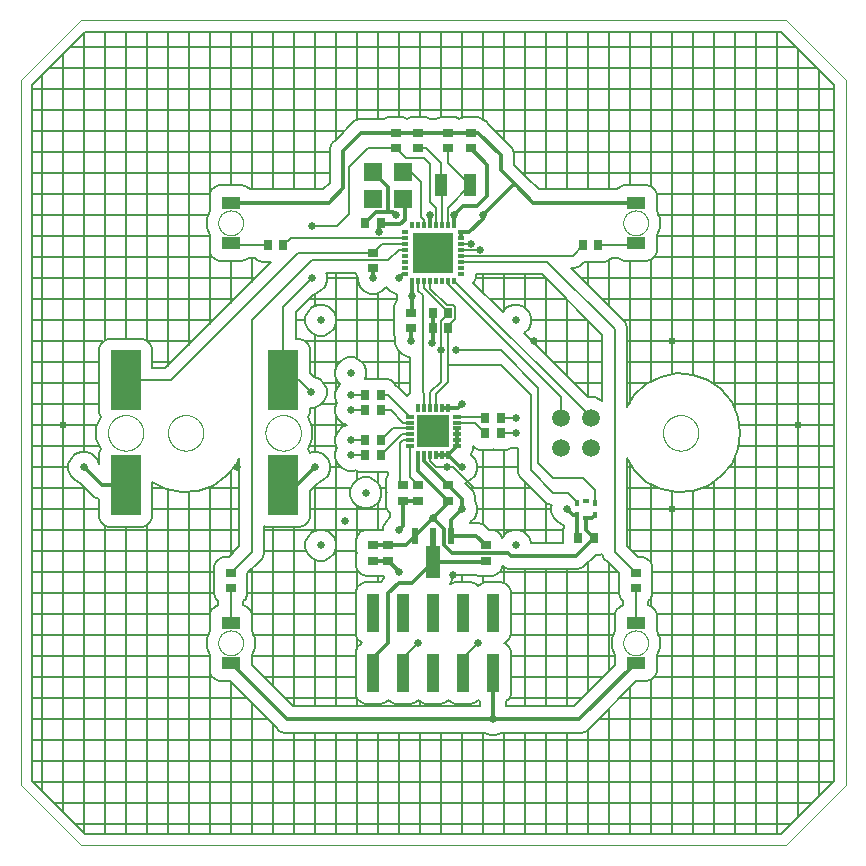
<source format=gtl>
G75*
%MOIN*%
%OFA0B0*%
%FSLAX25Y25*%
%IPPOS*%
%LPD*%
%AMOC8*
5,1,8,0,0,1.08239X$1,22.5*
%
%ADD10C,0.00000*%
%ADD11R,0.04000X0.13000*%
%ADD12R,0.01890X0.05512*%
%ADD13R,0.01890X0.06004*%
%ADD14R,0.04724X0.10728*%
%ADD15R,0.03543X0.02756*%
%ADD16R,0.04331X0.07480*%
%ADD17R,0.10000X0.20000*%
%ADD18R,0.02756X0.03543*%
%ADD19R,0.06299X0.04331*%
%ADD20R,0.01772X0.01969*%
%ADD21R,0.01969X0.01772*%
%ADD22R,0.01200X0.02400*%
%ADD23R,0.02400X0.01200*%
%ADD24R,0.13600X0.13600*%
%ADD25R,0.03150X0.01181*%
%ADD26R,0.01181X0.03150*%
%ADD27R,0.10827X0.10827*%
%ADD28R,0.06299X0.05906*%
%ADD29C,0.01200*%
%ADD30C,0.00600*%
%ADD31C,0.02578*%
%ADD32C,0.05906*%
%ADD33C,0.00700*%
D10*
X0033342Y0048933D02*
X0033342Y0283933D01*
X0053342Y0303933D01*
X0058302Y0303894D01*
X0053342Y0303933D02*
X0288342Y0303933D01*
X0308342Y0283933D01*
X0308342Y0048933D01*
X0288342Y0028933D01*
X0053342Y0028933D01*
X0033342Y0048933D01*
X0099208Y0096433D02*
X0099210Y0096561D01*
X0099216Y0096689D01*
X0099226Y0096816D01*
X0099240Y0096944D01*
X0099257Y0097070D01*
X0099279Y0097196D01*
X0099305Y0097322D01*
X0099334Y0097446D01*
X0099367Y0097570D01*
X0099404Y0097692D01*
X0099445Y0097813D01*
X0099490Y0097933D01*
X0099538Y0098052D01*
X0099590Y0098169D01*
X0099646Y0098284D01*
X0099705Y0098398D01*
X0099767Y0098509D01*
X0099833Y0098619D01*
X0099902Y0098726D01*
X0099975Y0098832D01*
X0100051Y0098935D01*
X0100130Y0099035D01*
X0100212Y0099134D01*
X0100297Y0099229D01*
X0100385Y0099322D01*
X0100476Y0099412D01*
X0100569Y0099499D01*
X0100666Y0099584D01*
X0100764Y0099665D01*
X0100866Y0099743D01*
X0100969Y0099818D01*
X0101075Y0099890D01*
X0101183Y0099959D01*
X0101293Y0100024D01*
X0101406Y0100085D01*
X0101520Y0100144D01*
X0101635Y0100198D01*
X0101753Y0100249D01*
X0101871Y0100297D01*
X0101992Y0100340D01*
X0102113Y0100380D01*
X0102236Y0100416D01*
X0102360Y0100449D01*
X0102485Y0100477D01*
X0102610Y0100502D01*
X0102736Y0100522D01*
X0102863Y0100539D01*
X0102991Y0100552D01*
X0103118Y0100561D01*
X0103246Y0100566D01*
X0103374Y0100567D01*
X0103502Y0100564D01*
X0103630Y0100557D01*
X0103757Y0100546D01*
X0103884Y0100531D01*
X0104011Y0100513D01*
X0104137Y0100490D01*
X0104262Y0100463D01*
X0104386Y0100433D01*
X0104509Y0100399D01*
X0104632Y0100361D01*
X0104753Y0100319D01*
X0104872Y0100273D01*
X0104990Y0100224D01*
X0105107Y0100171D01*
X0105222Y0100115D01*
X0105335Y0100055D01*
X0105446Y0099992D01*
X0105555Y0099925D01*
X0105662Y0099855D01*
X0105767Y0099781D01*
X0105869Y0099705D01*
X0105969Y0099625D01*
X0106067Y0099542D01*
X0106162Y0099456D01*
X0106254Y0099367D01*
X0106343Y0099276D01*
X0106430Y0099182D01*
X0106513Y0099085D01*
X0106594Y0098985D01*
X0106671Y0098884D01*
X0106746Y0098779D01*
X0106817Y0098673D01*
X0106884Y0098564D01*
X0106949Y0098454D01*
X0107009Y0098341D01*
X0107067Y0098227D01*
X0107120Y0098111D01*
X0107170Y0097993D01*
X0107217Y0097874D01*
X0107260Y0097753D01*
X0107299Y0097631D01*
X0107334Y0097508D01*
X0107365Y0097384D01*
X0107393Y0097259D01*
X0107416Y0097133D01*
X0107436Y0097007D01*
X0107452Y0096880D01*
X0107464Y0096753D01*
X0107472Y0096625D01*
X0107476Y0096497D01*
X0107476Y0096369D01*
X0107472Y0096241D01*
X0107464Y0096113D01*
X0107452Y0095986D01*
X0107436Y0095859D01*
X0107416Y0095733D01*
X0107393Y0095607D01*
X0107365Y0095482D01*
X0107334Y0095358D01*
X0107299Y0095235D01*
X0107260Y0095113D01*
X0107217Y0094992D01*
X0107170Y0094873D01*
X0107120Y0094755D01*
X0107067Y0094639D01*
X0107009Y0094525D01*
X0106949Y0094412D01*
X0106884Y0094302D01*
X0106817Y0094193D01*
X0106746Y0094087D01*
X0106671Y0093982D01*
X0106594Y0093881D01*
X0106513Y0093781D01*
X0106430Y0093684D01*
X0106343Y0093590D01*
X0106254Y0093499D01*
X0106162Y0093410D01*
X0106067Y0093324D01*
X0105969Y0093241D01*
X0105869Y0093161D01*
X0105767Y0093085D01*
X0105662Y0093011D01*
X0105555Y0092941D01*
X0105446Y0092874D01*
X0105335Y0092811D01*
X0105222Y0092751D01*
X0105107Y0092695D01*
X0104990Y0092642D01*
X0104872Y0092593D01*
X0104753Y0092547D01*
X0104632Y0092505D01*
X0104509Y0092467D01*
X0104386Y0092433D01*
X0104262Y0092403D01*
X0104137Y0092376D01*
X0104011Y0092353D01*
X0103884Y0092335D01*
X0103757Y0092320D01*
X0103630Y0092309D01*
X0103502Y0092302D01*
X0103374Y0092299D01*
X0103246Y0092300D01*
X0103118Y0092305D01*
X0102991Y0092314D01*
X0102863Y0092327D01*
X0102736Y0092344D01*
X0102610Y0092364D01*
X0102485Y0092389D01*
X0102360Y0092417D01*
X0102236Y0092450D01*
X0102113Y0092486D01*
X0101992Y0092526D01*
X0101871Y0092569D01*
X0101753Y0092617D01*
X0101635Y0092668D01*
X0101520Y0092722D01*
X0101406Y0092781D01*
X0101293Y0092842D01*
X0101183Y0092907D01*
X0101075Y0092976D01*
X0100969Y0093048D01*
X0100866Y0093123D01*
X0100764Y0093201D01*
X0100666Y0093282D01*
X0100569Y0093367D01*
X0100476Y0093454D01*
X0100385Y0093544D01*
X0100297Y0093637D01*
X0100212Y0093732D01*
X0100130Y0093831D01*
X0100051Y0093931D01*
X0099975Y0094034D01*
X0099902Y0094140D01*
X0099833Y0094247D01*
X0099767Y0094357D01*
X0099705Y0094468D01*
X0099646Y0094582D01*
X0099590Y0094697D01*
X0099538Y0094814D01*
X0099490Y0094933D01*
X0099445Y0095053D01*
X0099404Y0095174D01*
X0099367Y0095296D01*
X0099334Y0095420D01*
X0099305Y0095544D01*
X0099279Y0095670D01*
X0099257Y0095796D01*
X0099240Y0095922D01*
X0099226Y0096050D01*
X0099216Y0096177D01*
X0099210Y0096305D01*
X0099208Y0096433D01*
X0082436Y0166433D02*
X0082438Y0166586D01*
X0082444Y0166740D01*
X0082454Y0166893D01*
X0082468Y0167045D01*
X0082486Y0167198D01*
X0082508Y0167349D01*
X0082533Y0167500D01*
X0082563Y0167651D01*
X0082597Y0167801D01*
X0082634Y0167949D01*
X0082675Y0168097D01*
X0082720Y0168243D01*
X0082769Y0168389D01*
X0082822Y0168533D01*
X0082878Y0168675D01*
X0082938Y0168816D01*
X0083002Y0168956D01*
X0083069Y0169094D01*
X0083140Y0169230D01*
X0083215Y0169364D01*
X0083292Y0169496D01*
X0083374Y0169626D01*
X0083458Y0169754D01*
X0083546Y0169880D01*
X0083637Y0170003D01*
X0083731Y0170124D01*
X0083829Y0170242D01*
X0083929Y0170358D01*
X0084033Y0170471D01*
X0084139Y0170582D01*
X0084248Y0170690D01*
X0084360Y0170795D01*
X0084474Y0170896D01*
X0084592Y0170995D01*
X0084711Y0171091D01*
X0084833Y0171184D01*
X0084958Y0171273D01*
X0085085Y0171360D01*
X0085214Y0171442D01*
X0085345Y0171522D01*
X0085478Y0171598D01*
X0085613Y0171671D01*
X0085750Y0171740D01*
X0085889Y0171805D01*
X0086029Y0171867D01*
X0086171Y0171925D01*
X0086314Y0171980D01*
X0086459Y0172031D01*
X0086605Y0172078D01*
X0086752Y0172121D01*
X0086900Y0172160D01*
X0087049Y0172196D01*
X0087199Y0172227D01*
X0087350Y0172255D01*
X0087501Y0172279D01*
X0087654Y0172299D01*
X0087806Y0172315D01*
X0087959Y0172327D01*
X0088112Y0172335D01*
X0088265Y0172339D01*
X0088419Y0172339D01*
X0088572Y0172335D01*
X0088725Y0172327D01*
X0088878Y0172315D01*
X0089030Y0172299D01*
X0089183Y0172279D01*
X0089334Y0172255D01*
X0089485Y0172227D01*
X0089635Y0172196D01*
X0089784Y0172160D01*
X0089932Y0172121D01*
X0090079Y0172078D01*
X0090225Y0172031D01*
X0090370Y0171980D01*
X0090513Y0171925D01*
X0090655Y0171867D01*
X0090795Y0171805D01*
X0090934Y0171740D01*
X0091071Y0171671D01*
X0091206Y0171598D01*
X0091339Y0171522D01*
X0091470Y0171442D01*
X0091599Y0171360D01*
X0091726Y0171273D01*
X0091851Y0171184D01*
X0091973Y0171091D01*
X0092092Y0170995D01*
X0092210Y0170896D01*
X0092324Y0170795D01*
X0092436Y0170690D01*
X0092545Y0170582D01*
X0092651Y0170471D01*
X0092755Y0170358D01*
X0092855Y0170242D01*
X0092953Y0170124D01*
X0093047Y0170003D01*
X0093138Y0169880D01*
X0093226Y0169754D01*
X0093310Y0169626D01*
X0093392Y0169496D01*
X0093469Y0169364D01*
X0093544Y0169230D01*
X0093615Y0169094D01*
X0093682Y0168956D01*
X0093746Y0168816D01*
X0093806Y0168675D01*
X0093862Y0168533D01*
X0093915Y0168389D01*
X0093964Y0168243D01*
X0094009Y0168097D01*
X0094050Y0167949D01*
X0094087Y0167801D01*
X0094121Y0167651D01*
X0094151Y0167500D01*
X0094176Y0167349D01*
X0094198Y0167198D01*
X0094216Y0167045D01*
X0094230Y0166893D01*
X0094240Y0166740D01*
X0094246Y0166586D01*
X0094248Y0166433D01*
X0094246Y0166280D01*
X0094240Y0166126D01*
X0094230Y0165973D01*
X0094216Y0165821D01*
X0094198Y0165668D01*
X0094176Y0165517D01*
X0094151Y0165366D01*
X0094121Y0165215D01*
X0094087Y0165065D01*
X0094050Y0164917D01*
X0094009Y0164769D01*
X0093964Y0164623D01*
X0093915Y0164477D01*
X0093862Y0164333D01*
X0093806Y0164191D01*
X0093746Y0164050D01*
X0093682Y0163910D01*
X0093615Y0163772D01*
X0093544Y0163636D01*
X0093469Y0163502D01*
X0093392Y0163370D01*
X0093310Y0163240D01*
X0093226Y0163112D01*
X0093138Y0162986D01*
X0093047Y0162863D01*
X0092953Y0162742D01*
X0092855Y0162624D01*
X0092755Y0162508D01*
X0092651Y0162395D01*
X0092545Y0162284D01*
X0092436Y0162176D01*
X0092324Y0162071D01*
X0092210Y0161970D01*
X0092092Y0161871D01*
X0091973Y0161775D01*
X0091851Y0161682D01*
X0091726Y0161593D01*
X0091599Y0161506D01*
X0091470Y0161424D01*
X0091339Y0161344D01*
X0091206Y0161268D01*
X0091071Y0161195D01*
X0090934Y0161126D01*
X0090795Y0161061D01*
X0090655Y0160999D01*
X0090513Y0160941D01*
X0090370Y0160886D01*
X0090225Y0160835D01*
X0090079Y0160788D01*
X0089932Y0160745D01*
X0089784Y0160706D01*
X0089635Y0160670D01*
X0089485Y0160639D01*
X0089334Y0160611D01*
X0089183Y0160587D01*
X0089030Y0160567D01*
X0088878Y0160551D01*
X0088725Y0160539D01*
X0088572Y0160531D01*
X0088419Y0160527D01*
X0088265Y0160527D01*
X0088112Y0160531D01*
X0087959Y0160539D01*
X0087806Y0160551D01*
X0087654Y0160567D01*
X0087501Y0160587D01*
X0087350Y0160611D01*
X0087199Y0160639D01*
X0087049Y0160670D01*
X0086900Y0160706D01*
X0086752Y0160745D01*
X0086605Y0160788D01*
X0086459Y0160835D01*
X0086314Y0160886D01*
X0086171Y0160941D01*
X0086029Y0160999D01*
X0085889Y0161061D01*
X0085750Y0161126D01*
X0085613Y0161195D01*
X0085478Y0161268D01*
X0085345Y0161344D01*
X0085214Y0161424D01*
X0085085Y0161506D01*
X0084958Y0161593D01*
X0084833Y0161682D01*
X0084711Y0161775D01*
X0084592Y0161871D01*
X0084474Y0161970D01*
X0084360Y0162071D01*
X0084248Y0162176D01*
X0084139Y0162284D01*
X0084033Y0162395D01*
X0083929Y0162508D01*
X0083829Y0162624D01*
X0083731Y0162742D01*
X0083637Y0162863D01*
X0083546Y0162986D01*
X0083458Y0163112D01*
X0083374Y0163240D01*
X0083292Y0163370D01*
X0083215Y0163502D01*
X0083140Y0163636D01*
X0083069Y0163772D01*
X0083002Y0163910D01*
X0082938Y0164050D01*
X0082878Y0164191D01*
X0082822Y0164333D01*
X0082769Y0164477D01*
X0082720Y0164623D01*
X0082675Y0164769D01*
X0082634Y0164917D01*
X0082597Y0165065D01*
X0082563Y0165215D01*
X0082533Y0165366D01*
X0082508Y0165517D01*
X0082486Y0165668D01*
X0082468Y0165821D01*
X0082454Y0165973D01*
X0082444Y0166126D01*
X0082438Y0166280D01*
X0082436Y0166433D01*
X0062436Y0166433D02*
X0062438Y0166586D01*
X0062444Y0166740D01*
X0062454Y0166893D01*
X0062468Y0167045D01*
X0062486Y0167198D01*
X0062508Y0167349D01*
X0062533Y0167500D01*
X0062563Y0167651D01*
X0062597Y0167801D01*
X0062634Y0167949D01*
X0062675Y0168097D01*
X0062720Y0168243D01*
X0062769Y0168389D01*
X0062822Y0168533D01*
X0062878Y0168675D01*
X0062938Y0168816D01*
X0063002Y0168956D01*
X0063069Y0169094D01*
X0063140Y0169230D01*
X0063215Y0169364D01*
X0063292Y0169496D01*
X0063374Y0169626D01*
X0063458Y0169754D01*
X0063546Y0169880D01*
X0063637Y0170003D01*
X0063731Y0170124D01*
X0063829Y0170242D01*
X0063929Y0170358D01*
X0064033Y0170471D01*
X0064139Y0170582D01*
X0064248Y0170690D01*
X0064360Y0170795D01*
X0064474Y0170896D01*
X0064592Y0170995D01*
X0064711Y0171091D01*
X0064833Y0171184D01*
X0064958Y0171273D01*
X0065085Y0171360D01*
X0065214Y0171442D01*
X0065345Y0171522D01*
X0065478Y0171598D01*
X0065613Y0171671D01*
X0065750Y0171740D01*
X0065889Y0171805D01*
X0066029Y0171867D01*
X0066171Y0171925D01*
X0066314Y0171980D01*
X0066459Y0172031D01*
X0066605Y0172078D01*
X0066752Y0172121D01*
X0066900Y0172160D01*
X0067049Y0172196D01*
X0067199Y0172227D01*
X0067350Y0172255D01*
X0067501Y0172279D01*
X0067654Y0172299D01*
X0067806Y0172315D01*
X0067959Y0172327D01*
X0068112Y0172335D01*
X0068265Y0172339D01*
X0068419Y0172339D01*
X0068572Y0172335D01*
X0068725Y0172327D01*
X0068878Y0172315D01*
X0069030Y0172299D01*
X0069183Y0172279D01*
X0069334Y0172255D01*
X0069485Y0172227D01*
X0069635Y0172196D01*
X0069784Y0172160D01*
X0069932Y0172121D01*
X0070079Y0172078D01*
X0070225Y0172031D01*
X0070370Y0171980D01*
X0070513Y0171925D01*
X0070655Y0171867D01*
X0070795Y0171805D01*
X0070934Y0171740D01*
X0071071Y0171671D01*
X0071206Y0171598D01*
X0071339Y0171522D01*
X0071470Y0171442D01*
X0071599Y0171360D01*
X0071726Y0171273D01*
X0071851Y0171184D01*
X0071973Y0171091D01*
X0072092Y0170995D01*
X0072210Y0170896D01*
X0072324Y0170795D01*
X0072436Y0170690D01*
X0072545Y0170582D01*
X0072651Y0170471D01*
X0072755Y0170358D01*
X0072855Y0170242D01*
X0072953Y0170124D01*
X0073047Y0170003D01*
X0073138Y0169880D01*
X0073226Y0169754D01*
X0073310Y0169626D01*
X0073392Y0169496D01*
X0073469Y0169364D01*
X0073544Y0169230D01*
X0073615Y0169094D01*
X0073682Y0168956D01*
X0073746Y0168816D01*
X0073806Y0168675D01*
X0073862Y0168533D01*
X0073915Y0168389D01*
X0073964Y0168243D01*
X0074009Y0168097D01*
X0074050Y0167949D01*
X0074087Y0167801D01*
X0074121Y0167651D01*
X0074151Y0167500D01*
X0074176Y0167349D01*
X0074198Y0167198D01*
X0074216Y0167045D01*
X0074230Y0166893D01*
X0074240Y0166740D01*
X0074246Y0166586D01*
X0074248Y0166433D01*
X0074246Y0166280D01*
X0074240Y0166126D01*
X0074230Y0165973D01*
X0074216Y0165821D01*
X0074198Y0165668D01*
X0074176Y0165517D01*
X0074151Y0165366D01*
X0074121Y0165215D01*
X0074087Y0165065D01*
X0074050Y0164917D01*
X0074009Y0164769D01*
X0073964Y0164623D01*
X0073915Y0164477D01*
X0073862Y0164333D01*
X0073806Y0164191D01*
X0073746Y0164050D01*
X0073682Y0163910D01*
X0073615Y0163772D01*
X0073544Y0163636D01*
X0073469Y0163502D01*
X0073392Y0163370D01*
X0073310Y0163240D01*
X0073226Y0163112D01*
X0073138Y0162986D01*
X0073047Y0162863D01*
X0072953Y0162742D01*
X0072855Y0162624D01*
X0072755Y0162508D01*
X0072651Y0162395D01*
X0072545Y0162284D01*
X0072436Y0162176D01*
X0072324Y0162071D01*
X0072210Y0161970D01*
X0072092Y0161871D01*
X0071973Y0161775D01*
X0071851Y0161682D01*
X0071726Y0161593D01*
X0071599Y0161506D01*
X0071470Y0161424D01*
X0071339Y0161344D01*
X0071206Y0161268D01*
X0071071Y0161195D01*
X0070934Y0161126D01*
X0070795Y0161061D01*
X0070655Y0160999D01*
X0070513Y0160941D01*
X0070370Y0160886D01*
X0070225Y0160835D01*
X0070079Y0160788D01*
X0069932Y0160745D01*
X0069784Y0160706D01*
X0069635Y0160670D01*
X0069485Y0160639D01*
X0069334Y0160611D01*
X0069183Y0160587D01*
X0069030Y0160567D01*
X0068878Y0160551D01*
X0068725Y0160539D01*
X0068572Y0160531D01*
X0068419Y0160527D01*
X0068265Y0160527D01*
X0068112Y0160531D01*
X0067959Y0160539D01*
X0067806Y0160551D01*
X0067654Y0160567D01*
X0067501Y0160587D01*
X0067350Y0160611D01*
X0067199Y0160639D01*
X0067049Y0160670D01*
X0066900Y0160706D01*
X0066752Y0160745D01*
X0066605Y0160788D01*
X0066459Y0160835D01*
X0066314Y0160886D01*
X0066171Y0160941D01*
X0066029Y0160999D01*
X0065889Y0161061D01*
X0065750Y0161126D01*
X0065613Y0161195D01*
X0065478Y0161268D01*
X0065345Y0161344D01*
X0065214Y0161424D01*
X0065085Y0161506D01*
X0064958Y0161593D01*
X0064833Y0161682D01*
X0064711Y0161775D01*
X0064592Y0161871D01*
X0064474Y0161970D01*
X0064360Y0162071D01*
X0064248Y0162176D01*
X0064139Y0162284D01*
X0064033Y0162395D01*
X0063929Y0162508D01*
X0063829Y0162624D01*
X0063731Y0162742D01*
X0063637Y0162863D01*
X0063546Y0162986D01*
X0063458Y0163112D01*
X0063374Y0163240D01*
X0063292Y0163370D01*
X0063215Y0163502D01*
X0063140Y0163636D01*
X0063069Y0163772D01*
X0063002Y0163910D01*
X0062938Y0164050D01*
X0062878Y0164191D01*
X0062822Y0164333D01*
X0062769Y0164477D01*
X0062720Y0164623D01*
X0062675Y0164769D01*
X0062634Y0164917D01*
X0062597Y0165065D01*
X0062563Y0165215D01*
X0062533Y0165366D01*
X0062508Y0165517D01*
X0062486Y0165668D01*
X0062468Y0165821D01*
X0062454Y0165973D01*
X0062444Y0166126D01*
X0062438Y0166280D01*
X0062436Y0166433D01*
X0114936Y0166433D02*
X0114938Y0166586D01*
X0114944Y0166740D01*
X0114954Y0166893D01*
X0114968Y0167045D01*
X0114986Y0167198D01*
X0115008Y0167349D01*
X0115033Y0167500D01*
X0115063Y0167651D01*
X0115097Y0167801D01*
X0115134Y0167949D01*
X0115175Y0168097D01*
X0115220Y0168243D01*
X0115269Y0168389D01*
X0115322Y0168533D01*
X0115378Y0168675D01*
X0115438Y0168816D01*
X0115502Y0168956D01*
X0115569Y0169094D01*
X0115640Y0169230D01*
X0115715Y0169364D01*
X0115792Y0169496D01*
X0115874Y0169626D01*
X0115958Y0169754D01*
X0116046Y0169880D01*
X0116137Y0170003D01*
X0116231Y0170124D01*
X0116329Y0170242D01*
X0116429Y0170358D01*
X0116533Y0170471D01*
X0116639Y0170582D01*
X0116748Y0170690D01*
X0116860Y0170795D01*
X0116974Y0170896D01*
X0117092Y0170995D01*
X0117211Y0171091D01*
X0117333Y0171184D01*
X0117458Y0171273D01*
X0117585Y0171360D01*
X0117714Y0171442D01*
X0117845Y0171522D01*
X0117978Y0171598D01*
X0118113Y0171671D01*
X0118250Y0171740D01*
X0118389Y0171805D01*
X0118529Y0171867D01*
X0118671Y0171925D01*
X0118814Y0171980D01*
X0118959Y0172031D01*
X0119105Y0172078D01*
X0119252Y0172121D01*
X0119400Y0172160D01*
X0119549Y0172196D01*
X0119699Y0172227D01*
X0119850Y0172255D01*
X0120001Y0172279D01*
X0120154Y0172299D01*
X0120306Y0172315D01*
X0120459Y0172327D01*
X0120612Y0172335D01*
X0120765Y0172339D01*
X0120919Y0172339D01*
X0121072Y0172335D01*
X0121225Y0172327D01*
X0121378Y0172315D01*
X0121530Y0172299D01*
X0121683Y0172279D01*
X0121834Y0172255D01*
X0121985Y0172227D01*
X0122135Y0172196D01*
X0122284Y0172160D01*
X0122432Y0172121D01*
X0122579Y0172078D01*
X0122725Y0172031D01*
X0122870Y0171980D01*
X0123013Y0171925D01*
X0123155Y0171867D01*
X0123295Y0171805D01*
X0123434Y0171740D01*
X0123571Y0171671D01*
X0123706Y0171598D01*
X0123839Y0171522D01*
X0123970Y0171442D01*
X0124099Y0171360D01*
X0124226Y0171273D01*
X0124351Y0171184D01*
X0124473Y0171091D01*
X0124592Y0170995D01*
X0124710Y0170896D01*
X0124824Y0170795D01*
X0124936Y0170690D01*
X0125045Y0170582D01*
X0125151Y0170471D01*
X0125255Y0170358D01*
X0125355Y0170242D01*
X0125453Y0170124D01*
X0125547Y0170003D01*
X0125638Y0169880D01*
X0125726Y0169754D01*
X0125810Y0169626D01*
X0125892Y0169496D01*
X0125969Y0169364D01*
X0126044Y0169230D01*
X0126115Y0169094D01*
X0126182Y0168956D01*
X0126246Y0168816D01*
X0126306Y0168675D01*
X0126362Y0168533D01*
X0126415Y0168389D01*
X0126464Y0168243D01*
X0126509Y0168097D01*
X0126550Y0167949D01*
X0126587Y0167801D01*
X0126621Y0167651D01*
X0126651Y0167500D01*
X0126676Y0167349D01*
X0126698Y0167198D01*
X0126716Y0167045D01*
X0126730Y0166893D01*
X0126740Y0166740D01*
X0126746Y0166586D01*
X0126748Y0166433D01*
X0126746Y0166280D01*
X0126740Y0166126D01*
X0126730Y0165973D01*
X0126716Y0165821D01*
X0126698Y0165668D01*
X0126676Y0165517D01*
X0126651Y0165366D01*
X0126621Y0165215D01*
X0126587Y0165065D01*
X0126550Y0164917D01*
X0126509Y0164769D01*
X0126464Y0164623D01*
X0126415Y0164477D01*
X0126362Y0164333D01*
X0126306Y0164191D01*
X0126246Y0164050D01*
X0126182Y0163910D01*
X0126115Y0163772D01*
X0126044Y0163636D01*
X0125969Y0163502D01*
X0125892Y0163370D01*
X0125810Y0163240D01*
X0125726Y0163112D01*
X0125638Y0162986D01*
X0125547Y0162863D01*
X0125453Y0162742D01*
X0125355Y0162624D01*
X0125255Y0162508D01*
X0125151Y0162395D01*
X0125045Y0162284D01*
X0124936Y0162176D01*
X0124824Y0162071D01*
X0124710Y0161970D01*
X0124592Y0161871D01*
X0124473Y0161775D01*
X0124351Y0161682D01*
X0124226Y0161593D01*
X0124099Y0161506D01*
X0123970Y0161424D01*
X0123839Y0161344D01*
X0123706Y0161268D01*
X0123571Y0161195D01*
X0123434Y0161126D01*
X0123295Y0161061D01*
X0123155Y0160999D01*
X0123013Y0160941D01*
X0122870Y0160886D01*
X0122725Y0160835D01*
X0122579Y0160788D01*
X0122432Y0160745D01*
X0122284Y0160706D01*
X0122135Y0160670D01*
X0121985Y0160639D01*
X0121834Y0160611D01*
X0121683Y0160587D01*
X0121530Y0160567D01*
X0121378Y0160551D01*
X0121225Y0160539D01*
X0121072Y0160531D01*
X0120919Y0160527D01*
X0120765Y0160527D01*
X0120612Y0160531D01*
X0120459Y0160539D01*
X0120306Y0160551D01*
X0120154Y0160567D01*
X0120001Y0160587D01*
X0119850Y0160611D01*
X0119699Y0160639D01*
X0119549Y0160670D01*
X0119400Y0160706D01*
X0119252Y0160745D01*
X0119105Y0160788D01*
X0118959Y0160835D01*
X0118814Y0160886D01*
X0118671Y0160941D01*
X0118529Y0160999D01*
X0118389Y0161061D01*
X0118250Y0161126D01*
X0118113Y0161195D01*
X0117978Y0161268D01*
X0117845Y0161344D01*
X0117714Y0161424D01*
X0117585Y0161506D01*
X0117458Y0161593D01*
X0117333Y0161682D01*
X0117211Y0161775D01*
X0117092Y0161871D01*
X0116974Y0161970D01*
X0116860Y0162071D01*
X0116748Y0162176D01*
X0116639Y0162284D01*
X0116533Y0162395D01*
X0116429Y0162508D01*
X0116329Y0162624D01*
X0116231Y0162742D01*
X0116137Y0162863D01*
X0116046Y0162986D01*
X0115958Y0163112D01*
X0115874Y0163240D01*
X0115792Y0163370D01*
X0115715Y0163502D01*
X0115640Y0163636D01*
X0115569Y0163772D01*
X0115502Y0163910D01*
X0115438Y0164050D01*
X0115378Y0164191D01*
X0115322Y0164333D01*
X0115269Y0164477D01*
X0115220Y0164623D01*
X0115175Y0164769D01*
X0115134Y0164917D01*
X0115097Y0165065D01*
X0115063Y0165215D01*
X0115033Y0165366D01*
X0115008Y0165517D01*
X0114986Y0165668D01*
X0114968Y0165821D01*
X0114954Y0165973D01*
X0114944Y0166126D01*
X0114938Y0166280D01*
X0114936Y0166433D01*
X0099208Y0236433D02*
X0099210Y0236561D01*
X0099216Y0236689D01*
X0099226Y0236816D01*
X0099240Y0236944D01*
X0099257Y0237070D01*
X0099279Y0237196D01*
X0099305Y0237322D01*
X0099334Y0237446D01*
X0099367Y0237570D01*
X0099404Y0237692D01*
X0099445Y0237813D01*
X0099490Y0237933D01*
X0099538Y0238052D01*
X0099590Y0238169D01*
X0099646Y0238284D01*
X0099705Y0238398D01*
X0099767Y0238509D01*
X0099833Y0238619D01*
X0099902Y0238726D01*
X0099975Y0238832D01*
X0100051Y0238935D01*
X0100130Y0239035D01*
X0100212Y0239134D01*
X0100297Y0239229D01*
X0100385Y0239322D01*
X0100476Y0239412D01*
X0100569Y0239499D01*
X0100666Y0239584D01*
X0100764Y0239665D01*
X0100866Y0239743D01*
X0100969Y0239818D01*
X0101075Y0239890D01*
X0101183Y0239959D01*
X0101293Y0240024D01*
X0101406Y0240085D01*
X0101520Y0240144D01*
X0101635Y0240198D01*
X0101753Y0240249D01*
X0101871Y0240297D01*
X0101992Y0240340D01*
X0102113Y0240380D01*
X0102236Y0240416D01*
X0102360Y0240449D01*
X0102485Y0240477D01*
X0102610Y0240502D01*
X0102736Y0240522D01*
X0102863Y0240539D01*
X0102991Y0240552D01*
X0103118Y0240561D01*
X0103246Y0240566D01*
X0103374Y0240567D01*
X0103502Y0240564D01*
X0103630Y0240557D01*
X0103757Y0240546D01*
X0103884Y0240531D01*
X0104011Y0240513D01*
X0104137Y0240490D01*
X0104262Y0240463D01*
X0104386Y0240433D01*
X0104509Y0240399D01*
X0104632Y0240361D01*
X0104753Y0240319D01*
X0104872Y0240273D01*
X0104990Y0240224D01*
X0105107Y0240171D01*
X0105222Y0240115D01*
X0105335Y0240055D01*
X0105446Y0239992D01*
X0105555Y0239925D01*
X0105662Y0239855D01*
X0105767Y0239781D01*
X0105869Y0239705D01*
X0105969Y0239625D01*
X0106067Y0239542D01*
X0106162Y0239456D01*
X0106254Y0239367D01*
X0106343Y0239276D01*
X0106430Y0239182D01*
X0106513Y0239085D01*
X0106594Y0238985D01*
X0106671Y0238884D01*
X0106746Y0238779D01*
X0106817Y0238673D01*
X0106884Y0238564D01*
X0106949Y0238454D01*
X0107009Y0238341D01*
X0107067Y0238227D01*
X0107120Y0238111D01*
X0107170Y0237993D01*
X0107217Y0237874D01*
X0107260Y0237753D01*
X0107299Y0237631D01*
X0107334Y0237508D01*
X0107365Y0237384D01*
X0107393Y0237259D01*
X0107416Y0237133D01*
X0107436Y0237007D01*
X0107452Y0236880D01*
X0107464Y0236753D01*
X0107472Y0236625D01*
X0107476Y0236497D01*
X0107476Y0236369D01*
X0107472Y0236241D01*
X0107464Y0236113D01*
X0107452Y0235986D01*
X0107436Y0235859D01*
X0107416Y0235733D01*
X0107393Y0235607D01*
X0107365Y0235482D01*
X0107334Y0235358D01*
X0107299Y0235235D01*
X0107260Y0235113D01*
X0107217Y0234992D01*
X0107170Y0234873D01*
X0107120Y0234755D01*
X0107067Y0234639D01*
X0107009Y0234525D01*
X0106949Y0234412D01*
X0106884Y0234302D01*
X0106817Y0234193D01*
X0106746Y0234087D01*
X0106671Y0233982D01*
X0106594Y0233881D01*
X0106513Y0233781D01*
X0106430Y0233684D01*
X0106343Y0233590D01*
X0106254Y0233499D01*
X0106162Y0233410D01*
X0106067Y0233324D01*
X0105969Y0233241D01*
X0105869Y0233161D01*
X0105767Y0233085D01*
X0105662Y0233011D01*
X0105555Y0232941D01*
X0105446Y0232874D01*
X0105335Y0232811D01*
X0105222Y0232751D01*
X0105107Y0232695D01*
X0104990Y0232642D01*
X0104872Y0232593D01*
X0104753Y0232547D01*
X0104632Y0232505D01*
X0104509Y0232467D01*
X0104386Y0232433D01*
X0104262Y0232403D01*
X0104137Y0232376D01*
X0104011Y0232353D01*
X0103884Y0232335D01*
X0103757Y0232320D01*
X0103630Y0232309D01*
X0103502Y0232302D01*
X0103374Y0232299D01*
X0103246Y0232300D01*
X0103118Y0232305D01*
X0102991Y0232314D01*
X0102863Y0232327D01*
X0102736Y0232344D01*
X0102610Y0232364D01*
X0102485Y0232389D01*
X0102360Y0232417D01*
X0102236Y0232450D01*
X0102113Y0232486D01*
X0101992Y0232526D01*
X0101871Y0232569D01*
X0101753Y0232617D01*
X0101635Y0232668D01*
X0101520Y0232722D01*
X0101406Y0232781D01*
X0101293Y0232842D01*
X0101183Y0232907D01*
X0101075Y0232976D01*
X0100969Y0233048D01*
X0100866Y0233123D01*
X0100764Y0233201D01*
X0100666Y0233282D01*
X0100569Y0233367D01*
X0100476Y0233454D01*
X0100385Y0233544D01*
X0100297Y0233637D01*
X0100212Y0233732D01*
X0100130Y0233831D01*
X0100051Y0233931D01*
X0099975Y0234034D01*
X0099902Y0234140D01*
X0099833Y0234247D01*
X0099767Y0234357D01*
X0099705Y0234468D01*
X0099646Y0234582D01*
X0099590Y0234697D01*
X0099538Y0234814D01*
X0099490Y0234933D01*
X0099445Y0235053D01*
X0099404Y0235174D01*
X0099367Y0235296D01*
X0099334Y0235420D01*
X0099305Y0235544D01*
X0099279Y0235670D01*
X0099257Y0235796D01*
X0099240Y0235922D01*
X0099226Y0236050D01*
X0099216Y0236177D01*
X0099210Y0236305D01*
X0099208Y0236433D01*
X0234208Y0236433D02*
X0234210Y0236561D01*
X0234216Y0236689D01*
X0234226Y0236816D01*
X0234240Y0236944D01*
X0234257Y0237070D01*
X0234279Y0237196D01*
X0234305Y0237322D01*
X0234334Y0237446D01*
X0234367Y0237570D01*
X0234404Y0237692D01*
X0234445Y0237813D01*
X0234490Y0237933D01*
X0234538Y0238052D01*
X0234590Y0238169D01*
X0234646Y0238284D01*
X0234705Y0238398D01*
X0234767Y0238509D01*
X0234833Y0238619D01*
X0234902Y0238726D01*
X0234975Y0238832D01*
X0235051Y0238935D01*
X0235130Y0239035D01*
X0235212Y0239134D01*
X0235297Y0239229D01*
X0235385Y0239322D01*
X0235476Y0239412D01*
X0235569Y0239499D01*
X0235666Y0239584D01*
X0235764Y0239665D01*
X0235866Y0239743D01*
X0235969Y0239818D01*
X0236075Y0239890D01*
X0236183Y0239959D01*
X0236293Y0240024D01*
X0236406Y0240085D01*
X0236520Y0240144D01*
X0236635Y0240198D01*
X0236753Y0240249D01*
X0236871Y0240297D01*
X0236992Y0240340D01*
X0237113Y0240380D01*
X0237236Y0240416D01*
X0237360Y0240449D01*
X0237485Y0240477D01*
X0237610Y0240502D01*
X0237736Y0240522D01*
X0237863Y0240539D01*
X0237991Y0240552D01*
X0238118Y0240561D01*
X0238246Y0240566D01*
X0238374Y0240567D01*
X0238502Y0240564D01*
X0238630Y0240557D01*
X0238757Y0240546D01*
X0238884Y0240531D01*
X0239011Y0240513D01*
X0239137Y0240490D01*
X0239262Y0240463D01*
X0239386Y0240433D01*
X0239509Y0240399D01*
X0239632Y0240361D01*
X0239753Y0240319D01*
X0239872Y0240273D01*
X0239990Y0240224D01*
X0240107Y0240171D01*
X0240222Y0240115D01*
X0240335Y0240055D01*
X0240446Y0239992D01*
X0240555Y0239925D01*
X0240662Y0239855D01*
X0240767Y0239781D01*
X0240869Y0239705D01*
X0240969Y0239625D01*
X0241067Y0239542D01*
X0241162Y0239456D01*
X0241254Y0239367D01*
X0241343Y0239276D01*
X0241430Y0239182D01*
X0241513Y0239085D01*
X0241594Y0238985D01*
X0241671Y0238884D01*
X0241746Y0238779D01*
X0241817Y0238673D01*
X0241884Y0238564D01*
X0241949Y0238454D01*
X0242009Y0238341D01*
X0242067Y0238227D01*
X0242120Y0238111D01*
X0242170Y0237993D01*
X0242217Y0237874D01*
X0242260Y0237753D01*
X0242299Y0237631D01*
X0242334Y0237508D01*
X0242365Y0237384D01*
X0242393Y0237259D01*
X0242416Y0237133D01*
X0242436Y0237007D01*
X0242452Y0236880D01*
X0242464Y0236753D01*
X0242472Y0236625D01*
X0242476Y0236497D01*
X0242476Y0236369D01*
X0242472Y0236241D01*
X0242464Y0236113D01*
X0242452Y0235986D01*
X0242436Y0235859D01*
X0242416Y0235733D01*
X0242393Y0235607D01*
X0242365Y0235482D01*
X0242334Y0235358D01*
X0242299Y0235235D01*
X0242260Y0235113D01*
X0242217Y0234992D01*
X0242170Y0234873D01*
X0242120Y0234755D01*
X0242067Y0234639D01*
X0242009Y0234525D01*
X0241949Y0234412D01*
X0241884Y0234302D01*
X0241817Y0234193D01*
X0241746Y0234087D01*
X0241671Y0233982D01*
X0241594Y0233881D01*
X0241513Y0233781D01*
X0241430Y0233684D01*
X0241343Y0233590D01*
X0241254Y0233499D01*
X0241162Y0233410D01*
X0241067Y0233324D01*
X0240969Y0233241D01*
X0240869Y0233161D01*
X0240767Y0233085D01*
X0240662Y0233011D01*
X0240555Y0232941D01*
X0240446Y0232874D01*
X0240335Y0232811D01*
X0240222Y0232751D01*
X0240107Y0232695D01*
X0239990Y0232642D01*
X0239872Y0232593D01*
X0239753Y0232547D01*
X0239632Y0232505D01*
X0239509Y0232467D01*
X0239386Y0232433D01*
X0239262Y0232403D01*
X0239137Y0232376D01*
X0239011Y0232353D01*
X0238884Y0232335D01*
X0238757Y0232320D01*
X0238630Y0232309D01*
X0238502Y0232302D01*
X0238374Y0232299D01*
X0238246Y0232300D01*
X0238118Y0232305D01*
X0237991Y0232314D01*
X0237863Y0232327D01*
X0237736Y0232344D01*
X0237610Y0232364D01*
X0237485Y0232389D01*
X0237360Y0232417D01*
X0237236Y0232450D01*
X0237113Y0232486D01*
X0236992Y0232526D01*
X0236871Y0232569D01*
X0236753Y0232617D01*
X0236635Y0232668D01*
X0236520Y0232722D01*
X0236406Y0232781D01*
X0236293Y0232842D01*
X0236183Y0232907D01*
X0236075Y0232976D01*
X0235969Y0233048D01*
X0235866Y0233123D01*
X0235764Y0233201D01*
X0235666Y0233282D01*
X0235569Y0233367D01*
X0235476Y0233454D01*
X0235385Y0233544D01*
X0235297Y0233637D01*
X0235212Y0233732D01*
X0235130Y0233831D01*
X0235051Y0233931D01*
X0234975Y0234034D01*
X0234902Y0234140D01*
X0234833Y0234247D01*
X0234767Y0234357D01*
X0234705Y0234468D01*
X0234646Y0234582D01*
X0234590Y0234697D01*
X0234538Y0234814D01*
X0234490Y0234933D01*
X0234445Y0235053D01*
X0234404Y0235174D01*
X0234367Y0235296D01*
X0234334Y0235420D01*
X0234305Y0235544D01*
X0234279Y0235670D01*
X0234257Y0235796D01*
X0234240Y0235922D01*
X0234226Y0236050D01*
X0234216Y0236177D01*
X0234210Y0236305D01*
X0234208Y0236433D01*
X0247436Y0166433D02*
X0247438Y0166586D01*
X0247444Y0166740D01*
X0247454Y0166893D01*
X0247468Y0167045D01*
X0247486Y0167198D01*
X0247508Y0167349D01*
X0247533Y0167500D01*
X0247563Y0167651D01*
X0247597Y0167801D01*
X0247634Y0167949D01*
X0247675Y0168097D01*
X0247720Y0168243D01*
X0247769Y0168389D01*
X0247822Y0168533D01*
X0247878Y0168675D01*
X0247938Y0168816D01*
X0248002Y0168956D01*
X0248069Y0169094D01*
X0248140Y0169230D01*
X0248215Y0169364D01*
X0248292Y0169496D01*
X0248374Y0169626D01*
X0248458Y0169754D01*
X0248546Y0169880D01*
X0248637Y0170003D01*
X0248731Y0170124D01*
X0248829Y0170242D01*
X0248929Y0170358D01*
X0249033Y0170471D01*
X0249139Y0170582D01*
X0249248Y0170690D01*
X0249360Y0170795D01*
X0249474Y0170896D01*
X0249592Y0170995D01*
X0249711Y0171091D01*
X0249833Y0171184D01*
X0249958Y0171273D01*
X0250085Y0171360D01*
X0250214Y0171442D01*
X0250345Y0171522D01*
X0250478Y0171598D01*
X0250613Y0171671D01*
X0250750Y0171740D01*
X0250889Y0171805D01*
X0251029Y0171867D01*
X0251171Y0171925D01*
X0251314Y0171980D01*
X0251459Y0172031D01*
X0251605Y0172078D01*
X0251752Y0172121D01*
X0251900Y0172160D01*
X0252049Y0172196D01*
X0252199Y0172227D01*
X0252350Y0172255D01*
X0252501Y0172279D01*
X0252654Y0172299D01*
X0252806Y0172315D01*
X0252959Y0172327D01*
X0253112Y0172335D01*
X0253265Y0172339D01*
X0253419Y0172339D01*
X0253572Y0172335D01*
X0253725Y0172327D01*
X0253878Y0172315D01*
X0254030Y0172299D01*
X0254183Y0172279D01*
X0254334Y0172255D01*
X0254485Y0172227D01*
X0254635Y0172196D01*
X0254784Y0172160D01*
X0254932Y0172121D01*
X0255079Y0172078D01*
X0255225Y0172031D01*
X0255370Y0171980D01*
X0255513Y0171925D01*
X0255655Y0171867D01*
X0255795Y0171805D01*
X0255934Y0171740D01*
X0256071Y0171671D01*
X0256206Y0171598D01*
X0256339Y0171522D01*
X0256470Y0171442D01*
X0256599Y0171360D01*
X0256726Y0171273D01*
X0256851Y0171184D01*
X0256973Y0171091D01*
X0257092Y0170995D01*
X0257210Y0170896D01*
X0257324Y0170795D01*
X0257436Y0170690D01*
X0257545Y0170582D01*
X0257651Y0170471D01*
X0257755Y0170358D01*
X0257855Y0170242D01*
X0257953Y0170124D01*
X0258047Y0170003D01*
X0258138Y0169880D01*
X0258226Y0169754D01*
X0258310Y0169626D01*
X0258392Y0169496D01*
X0258469Y0169364D01*
X0258544Y0169230D01*
X0258615Y0169094D01*
X0258682Y0168956D01*
X0258746Y0168816D01*
X0258806Y0168675D01*
X0258862Y0168533D01*
X0258915Y0168389D01*
X0258964Y0168243D01*
X0259009Y0168097D01*
X0259050Y0167949D01*
X0259087Y0167801D01*
X0259121Y0167651D01*
X0259151Y0167500D01*
X0259176Y0167349D01*
X0259198Y0167198D01*
X0259216Y0167045D01*
X0259230Y0166893D01*
X0259240Y0166740D01*
X0259246Y0166586D01*
X0259248Y0166433D01*
X0259246Y0166280D01*
X0259240Y0166126D01*
X0259230Y0165973D01*
X0259216Y0165821D01*
X0259198Y0165668D01*
X0259176Y0165517D01*
X0259151Y0165366D01*
X0259121Y0165215D01*
X0259087Y0165065D01*
X0259050Y0164917D01*
X0259009Y0164769D01*
X0258964Y0164623D01*
X0258915Y0164477D01*
X0258862Y0164333D01*
X0258806Y0164191D01*
X0258746Y0164050D01*
X0258682Y0163910D01*
X0258615Y0163772D01*
X0258544Y0163636D01*
X0258469Y0163502D01*
X0258392Y0163370D01*
X0258310Y0163240D01*
X0258226Y0163112D01*
X0258138Y0162986D01*
X0258047Y0162863D01*
X0257953Y0162742D01*
X0257855Y0162624D01*
X0257755Y0162508D01*
X0257651Y0162395D01*
X0257545Y0162284D01*
X0257436Y0162176D01*
X0257324Y0162071D01*
X0257210Y0161970D01*
X0257092Y0161871D01*
X0256973Y0161775D01*
X0256851Y0161682D01*
X0256726Y0161593D01*
X0256599Y0161506D01*
X0256470Y0161424D01*
X0256339Y0161344D01*
X0256206Y0161268D01*
X0256071Y0161195D01*
X0255934Y0161126D01*
X0255795Y0161061D01*
X0255655Y0160999D01*
X0255513Y0160941D01*
X0255370Y0160886D01*
X0255225Y0160835D01*
X0255079Y0160788D01*
X0254932Y0160745D01*
X0254784Y0160706D01*
X0254635Y0160670D01*
X0254485Y0160639D01*
X0254334Y0160611D01*
X0254183Y0160587D01*
X0254030Y0160567D01*
X0253878Y0160551D01*
X0253725Y0160539D01*
X0253572Y0160531D01*
X0253419Y0160527D01*
X0253265Y0160527D01*
X0253112Y0160531D01*
X0252959Y0160539D01*
X0252806Y0160551D01*
X0252654Y0160567D01*
X0252501Y0160587D01*
X0252350Y0160611D01*
X0252199Y0160639D01*
X0252049Y0160670D01*
X0251900Y0160706D01*
X0251752Y0160745D01*
X0251605Y0160788D01*
X0251459Y0160835D01*
X0251314Y0160886D01*
X0251171Y0160941D01*
X0251029Y0160999D01*
X0250889Y0161061D01*
X0250750Y0161126D01*
X0250613Y0161195D01*
X0250478Y0161268D01*
X0250345Y0161344D01*
X0250214Y0161424D01*
X0250085Y0161506D01*
X0249958Y0161593D01*
X0249833Y0161682D01*
X0249711Y0161775D01*
X0249592Y0161871D01*
X0249474Y0161970D01*
X0249360Y0162071D01*
X0249248Y0162176D01*
X0249139Y0162284D01*
X0249033Y0162395D01*
X0248929Y0162508D01*
X0248829Y0162624D01*
X0248731Y0162742D01*
X0248637Y0162863D01*
X0248546Y0162986D01*
X0248458Y0163112D01*
X0248374Y0163240D01*
X0248292Y0163370D01*
X0248215Y0163502D01*
X0248140Y0163636D01*
X0248069Y0163772D01*
X0248002Y0163910D01*
X0247938Y0164050D01*
X0247878Y0164191D01*
X0247822Y0164333D01*
X0247769Y0164477D01*
X0247720Y0164623D01*
X0247675Y0164769D01*
X0247634Y0164917D01*
X0247597Y0165065D01*
X0247563Y0165215D01*
X0247533Y0165366D01*
X0247508Y0165517D01*
X0247486Y0165668D01*
X0247468Y0165821D01*
X0247454Y0165973D01*
X0247444Y0166126D01*
X0247438Y0166280D01*
X0247436Y0166433D01*
X0234208Y0096433D02*
X0234210Y0096561D01*
X0234216Y0096689D01*
X0234226Y0096816D01*
X0234240Y0096944D01*
X0234257Y0097070D01*
X0234279Y0097196D01*
X0234305Y0097322D01*
X0234334Y0097446D01*
X0234367Y0097570D01*
X0234404Y0097692D01*
X0234445Y0097813D01*
X0234490Y0097933D01*
X0234538Y0098052D01*
X0234590Y0098169D01*
X0234646Y0098284D01*
X0234705Y0098398D01*
X0234767Y0098509D01*
X0234833Y0098619D01*
X0234902Y0098726D01*
X0234975Y0098832D01*
X0235051Y0098935D01*
X0235130Y0099035D01*
X0235212Y0099134D01*
X0235297Y0099229D01*
X0235385Y0099322D01*
X0235476Y0099412D01*
X0235569Y0099499D01*
X0235666Y0099584D01*
X0235764Y0099665D01*
X0235866Y0099743D01*
X0235969Y0099818D01*
X0236075Y0099890D01*
X0236183Y0099959D01*
X0236293Y0100024D01*
X0236406Y0100085D01*
X0236520Y0100144D01*
X0236635Y0100198D01*
X0236753Y0100249D01*
X0236871Y0100297D01*
X0236992Y0100340D01*
X0237113Y0100380D01*
X0237236Y0100416D01*
X0237360Y0100449D01*
X0237485Y0100477D01*
X0237610Y0100502D01*
X0237736Y0100522D01*
X0237863Y0100539D01*
X0237991Y0100552D01*
X0238118Y0100561D01*
X0238246Y0100566D01*
X0238374Y0100567D01*
X0238502Y0100564D01*
X0238630Y0100557D01*
X0238757Y0100546D01*
X0238884Y0100531D01*
X0239011Y0100513D01*
X0239137Y0100490D01*
X0239262Y0100463D01*
X0239386Y0100433D01*
X0239509Y0100399D01*
X0239632Y0100361D01*
X0239753Y0100319D01*
X0239872Y0100273D01*
X0239990Y0100224D01*
X0240107Y0100171D01*
X0240222Y0100115D01*
X0240335Y0100055D01*
X0240446Y0099992D01*
X0240555Y0099925D01*
X0240662Y0099855D01*
X0240767Y0099781D01*
X0240869Y0099705D01*
X0240969Y0099625D01*
X0241067Y0099542D01*
X0241162Y0099456D01*
X0241254Y0099367D01*
X0241343Y0099276D01*
X0241430Y0099182D01*
X0241513Y0099085D01*
X0241594Y0098985D01*
X0241671Y0098884D01*
X0241746Y0098779D01*
X0241817Y0098673D01*
X0241884Y0098564D01*
X0241949Y0098454D01*
X0242009Y0098341D01*
X0242067Y0098227D01*
X0242120Y0098111D01*
X0242170Y0097993D01*
X0242217Y0097874D01*
X0242260Y0097753D01*
X0242299Y0097631D01*
X0242334Y0097508D01*
X0242365Y0097384D01*
X0242393Y0097259D01*
X0242416Y0097133D01*
X0242436Y0097007D01*
X0242452Y0096880D01*
X0242464Y0096753D01*
X0242472Y0096625D01*
X0242476Y0096497D01*
X0242476Y0096369D01*
X0242472Y0096241D01*
X0242464Y0096113D01*
X0242452Y0095986D01*
X0242436Y0095859D01*
X0242416Y0095733D01*
X0242393Y0095607D01*
X0242365Y0095482D01*
X0242334Y0095358D01*
X0242299Y0095235D01*
X0242260Y0095113D01*
X0242217Y0094992D01*
X0242170Y0094873D01*
X0242120Y0094755D01*
X0242067Y0094639D01*
X0242009Y0094525D01*
X0241949Y0094412D01*
X0241884Y0094302D01*
X0241817Y0094193D01*
X0241746Y0094087D01*
X0241671Y0093982D01*
X0241594Y0093881D01*
X0241513Y0093781D01*
X0241430Y0093684D01*
X0241343Y0093590D01*
X0241254Y0093499D01*
X0241162Y0093410D01*
X0241067Y0093324D01*
X0240969Y0093241D01*
X0240869Y0093161D01*
X0240767Y0093085D01*
X0240662Y0093011D01*
X0240555Y0092941D01*
X0240446Y0092874D01*
X0240335Y0092811D01*
X0240222Y0092751D01*
X0240107Y0092695D01*
X0239990Y0092642D01*
X0239872Y0092593D01*
X0239753Y0092547D01*
X0239632Y0092505D01*
X0239509Y0092467D01*
X0239386Y0092433D01*
X0239262Y0092403D01*
X0239137Y0092376D01*
X0239011Y0092353D01*
X0238884Y0092335D01*
X0238757Y0092320D01*
X0238630Y0092309D01*
X0238502Y0092302D01*
X0238374Y0092299D01*
X0238246Y0092300D01*
X0238118Y0092305D01*
X0237991Y0092314D01*
X0237863Y0092327D01*
X0237736Y0092344D01*
X0237610Y0092364D01*
X0237485Y0092389D01*
X0237360Y0092417D01*
X0237236Y0092450D01*
X0237113Y0092486D01*
X0236992Y0092526D01*
X0236871Y0092569D01*
X0236753Y0092617D01*
X0236635Y0092668D01*
X0236520Y0092722D01*
X0236406Y0092781D01*
X0236293Y0092842D01*
X0236183Y0092907D01*
X0236075Y0092976D01*
X0235969Y0093048D01*
X0235866Y0093123D01*
X0235764Y0093201D01*
X0235666Y0093282D01*
X0235569Y0093367D01*
X0235476Y0093454D01*
X0235385Y0093544D01*
X0235297Y0093637D01*
X0235212Y0093732D01*
X0235130Y0093831D01*
X0235051Y0093931D01*
X0234975Y0094034D01*
X0234902Y0094140D01*
X0234833Y0094247D01*
X0234767Y0094357D01*
X0234705Y0094468D01*
X0234646Y0094582D01*
X0234590Y0094697D01*
X0234538Y0094814D01*
X0234490Y0094933D01*
X0234445Y0095053D01*
X0234404Y0095174D01*
X0234367Y0095296D01*
X0234334Y0095420D01*
X0234305Y0095544D01*
X0234279Y0095670D01*
X0234257Y0095796D01*
X0234240Y0095922D01*
X0234226Y0096050D01*
X0234216Y0096177D01*
X0234210Y0096305D01*
X0234208Y0096433D01*
D11*
X0190842Y0086433D03*
X0180842Y0086433D03*
X0170842Y0086433D03*
X0160842Y0086433D03*
X0150842Y0086433D03*
X0150842Y0106433D03*
X0160842Y0106433D03*
X0170842Y0106433D03*
X0180842Y0106433D03*
X0190842Y0106433D03*
D12*
X0176747Y0132043D03*
X0164936Y0132043D03*
D13*
X0170842Y0131797D03*
D14*
X0170842Y0123441D03*
D15*
X0155842Y0123874D03*
X0155842Y0128992D03*
X0150842Y0128992D03*
X0150842Y0123874D03*
X0160842Y0143874D03*
X0165842Y0143874D03*
X0165842Y0148992D03*
X0160842Y0148992D03*
X0175842Y0148992D03*
X0175842Y0143874D03*
X0188342Y0128992D03*
X0188342Y0123874D03*
X0238342Y0119839D03*
X0238342Y0114720D03*
X0163342Y0201374D03*
X0163342Y0206492D03*
X0150842Y0221374D03*
X0150842Y0226492D03*
X0158342Y0261374D03*
X0158342Y0266492D03*
X0165842Y0266492D03*
X0165842Y0261374D03*
X0175842Y0261374D03*
X0175842Y0266492D03*
X0183342Y0266492D03*
X0183342Y0261374D03*
X0103342Y0119839D03*
X0103342Y0114720D03*
D16*
X0173421Y0248933D03*
X0183263Y0248933D03*
D17*
X0120842Y0183933D03*
X0120842Y0148933D03*
X0068342Y0148933D03*
X0068342Y0183933D03*
D18*
X0115783Y0228933D03*
X0120901Y0228933D03*
X0148283Y0236433D03*
X0153401Y0236433D03*
X0170783Y0206433D03*
X0170783Y0201433D03*
X0175901Y0201433D03*
X0175901Y0206433D03*
X0153401Y0178933D03*
X0153401Y0173933D03*
X0148283Y0173933D03*
X0148283Y0178933D03*
X0148283Y0163933D03*
X0148283Y0158933D03*
X0153401Y0158933D03*
X0153401Y0163933D03*
X0188283Y0166433D03*
X0193401Y0166433D03*
X0193401Y0171433D03*
X0188283Y0171433D03*
X0219283Y0131433D03*
X0224401Y0131433D03*
X0225901Y0228933D03*
X0220783Y0228933D03*
D19*
X0238342Y0229740D03*
X0238342Y0243126D03*
X0103342Y0243126D03*
X0103342Y0229740D03*
X0103342Y0103126D03*
X0103342Y0089740D03*
X0238342Y0089740D03*
X0238342Y0103126D03*
D20*
X0224795Y0138965D03*
X0224795Y0142902D03*
X0218889Y0142902D03*
X0218889Y0138965D03*
D21*
X0221842Y0137980D03*
X0221842Y0143886D03*
D22*
X0177733Y0217181D03*
X0175764Y0217181D03*
X0173795Y0217181D03*
X0171826Y0217181D03*
X0169857Y0217181D03*
X0167888Y0217181D03*
X0165919Y0217181D03*
X0163950Y0217181D03*
X0163950Y0235685D03*
X0165919Y0235685D03*
X0167888Y0235685D03*
X0169857Y0235685D03*
X0171826Y0235685D03*
X0173795Y0235685D03*
X0175764Y0235685D03*
X0177733Y0235685D03*
D23*
X0180094Y0233325D03*
X0180094Y0231356D03*
X0180094Y0229387D03*
X0180094Y0227418D03*
X0180094Y0225449D03*
X0180094Y0223480D03*
X0180094Y0221511D03*
X0180094Y0219542D03*
X0161590Y0219542D03*
X0161590Y0221511D03*
X0161590Y0223480D03*
X0161590Y0225449D03*
X0161590Y0227418D03*
X0161590Y0229387D03*
X0161590Y0231356D03*
X0161590Y0233325D03*
D24*
X0170842Y0226433D03*
D25*
X0178716Y0171854D03*
X0178716Y0169886D03*
X0178716Y0167917D03*
X0178716Y0165949D03*
X0178716Y0163980D03*
X0178716Y0162012D03*
X0162968Y0162012D03*
X0162968Y0163980D03*
X0162968Y0165949D03*
X0162968Y0167917D03*
X0162968Y0169886D03*
X0162968Y0171854D03*
D26*
X0165921Y0174807D03*
X0167889Y0174807D03*
X0169858Y0174807D03*
X0171826Y0174807D03*
X0173795Y0174807D03*
X0175763Y0174807D03*
X0175763Y0159059D03*
X0173795Y0159059D03*
X0171826Y0159059D03*
X0169858Y0159059D03*
X0167889Y0159059D03*
X0165921Y0159059D03*
D27*
X0170842Y0166933D03*
D28*
X0160763Y0244406D03*
X0160763Y0253461D03*
X0150921Y0253461D03*
X0150921Y0244406D03*
D29*
X0151783Y0239933D02*
X0155842Y0239933D01*
X0155842Y0248539D01*
X0150921Y0253461D01*
X0150921Y0252064D01*
X0140842Y0247933D02*
X0140842Y0260433D01*
X0146901Y0266492D01*
X0153401Y0266492D01*
X0153342Y0266433D01*
X0153401Y0266492D02*
X0158342Y0266492D01*
X0165842Y0266492D01*
X0175842Y0266492D01*
X0183342Y0266492D01*
X0185783Y0266492D01*
X0193342Y0258933D01*
X0193342Y0253992D01*
X0198371Y0248963D01*
X0197371Y0248963D01*
X0187342Y0238933D01*
X0187342Y0237716D01*
X0182950Y0233325D01*
X0180094Y0233325D01*
X0180094Y0231356D01*
X0177733Y0235685D02*
X0177852Y0235804D01*
X0177852Y0238933D01*
X0180852Y0241933D01*
X0185342Y0241933D01*
X0188842Y0245433D01*
X0188842Y0255874D01*
X0183342Y0261374D01*
X0198371Y0248963D02*
X0204208Y0243126D01*
X0238342Y0243126D01*
X0169857Y0238813D02*
X0169857Y0235685D01*
X0169857Y0238813D02*
X0169737Y0238933D01*
X0161342Y0237433D02*
X0159842Y0235933D01*
X0153901Y0235933D01*
X0153401Y0236433D01*
X0152842Y0235874D01*
X0152842Y0233445D01*
X0153401Y0236433D02*
X0153512Y0236544D01*
X0151783Y0239933D02*
X0148283Y0236433D01*
X0155842Y0239933D02*
X0157342Y0239933D01*
X0158342Y0238933D01*
X0161342Y0237433D02*
X0161342Y0243827D01*
X0160763Y0244406D01*
X0140842Y0247933D02*
X0136035Y0243126D01*
X0103342Y0243126D01*
X0150842Y0221374D02*
X0150842Y0217933D01*
X0159342Y0217933D02*
X0160950Y0219542D01*
X0161590Y0219542D01*
X0163950Y0217181D02*
X0163950Y0212042D01*
X0163842Y0211933D01*
X0163842Y0206992D01*
X0163342Y0206492D01*
X0163342Y0211433D02*
X0163842Y0211933D01*
X0170783Y0206433D02*
X0170783Y0201433D01*
X0170783Y0196874D01*
X0170342Y0196433D01*
X0163342Y0196933D02*
X0163342Y0201374D01*
X0173795Y0174807D02*
X0175763Y0174807D01*
X0179216Y0174807D01*
X0180342Y0175933D01*
X0178716Y0167917D02*
X0178716Y0165949D01*
X0178716Y0163980D01*
X0178716Y0162012D01*
X0175763Y0159059D01*
X0179889Y0154933D01*
X0180342Y0154933D01*
X0175763Y0159059D02*
X0173795Y0159059D01*
X0171826Y0159059D01*
X0167889Y0159059D02*
X0167889Y0156945D01*
X0175842Y0148992D01*
X0180342Y0144492D01*
X0180342Y0140933D01*
X0176747Y0137339D01*
X0176747Y0132043D01*
X0185291Y0132043D01*
X0188342Y0128992D01*
X0188342Y0123874D02*
X0187909Y0123441D01*
X0170842Y0123441D01*
X0170842Y0123433D01*
X0163842Y0116433D01*
X0159342Y0116433D01*
X0155842Y0112933D01*
X0155842Y0096433D01*
X0150842Y0091433D01*
X0150842Y0086433D01*
X0160842Y0086433D02*
X0160842Y0091433D01*
X0180842Y0091433D02*
X0180842Y0086433D01*
X0190842Y0086433D02*
X0190842Y0081433D01*
X0190842Y0086433D02*
X0190842Y0070933D01*
X0122149Y0070933D01*
X0103342Y0089740D01*
X0150842Y0123874D02*
X0155842Y0123874D01*
X0159342Y0120374D01*
X0159342Y0119933D01*
X0161885Y0128992D02*
X0155842Y0128992D01*
X0150842Y0128992D01*
X0159342Y0133933D02*
X0160842Y0135433D01*
X0160842Y0143874D01*
X0165842Y0143874D01*
X0170834Y0137941D02*
X0174342Y0134433D01*
X0174342Y0129192D01*
X0177101Y0126433D01*
X0195842Y0126433D01*
X0196842Y0125433D01*
X0218401Y0125433D01*
X0224401Y0131433D01*
X0221842Y0133992D01*
X0221842Y0137980D01*
X0223810Y0137980D01*
X0224795Y0138965D01*
X0218889Y0138965D02*
X0218889Y0131827D01*
X0219283Y0131433D01*
X0218889Y0138965D02*
X0217310Y0138965D01*
X0215342Y0140933D01*
X0175842Y0142949D02*
X0175842Y0143874D01*
X0165921Y0153795D01*
X0165921Y0159059D01*
X0175842Y0142949D02*
X0170834Y0137941D01*
X0164936Y0132043D01*
X0161885Y0128992D01*
X0131342Y0154933D02*
X0125342Y0148933D01*
X0120842Y0148933D01*
X0068342Y0148933D02*
X0060342Y0148933D01*
X0054342Y0154933D01*
X0190842Y0070933D02*
X0219535Y0070933D01*
X0238342Y0089740D01*
D30*
X0238342Y0103126D02*
X0238342Y0114720D01*
X0238342Y0119839D02*
X0231342Y0126839D01*
X0231342Y0200933D01*
X0208795Y0223480D01*
X0180094Y0223480D01*
X0180094Y0225449D02*
X0217298Y0225449D01*
X0220783Y0228933D01*
X0225901Y0228933D02*
X0237535Y0228933D01*
X0238342Y0229740D01*
X0193342Y0193933D02*
X0205842Y0181433D01*
X0205842Y0156433D01*
X0210842Y0151433D01*
X0220842Y0151433D01*
X0224795Y0147480D01*
X0224795Y0142902D01*
X0218889Y0142902D02*
X0218889Y0143386D01*
X0215842Y0146433D01*
X0210842Y0146433D01*
X0203342Y0153933D01*
X0203342Y0178933D01*
X0193342Y0188933D01*
X0175901Y0188933D01*
X0175901Y0183492D01*
X0171826Y0179417D01*
X0171826Y0174807D01*
X0169858Y0174807D02*
X0169842Y0174823D01*
X0169842Y0179933D01*
X0173342Y0183433D01*
X0173342Y0193933D01*
X0173342Y0203874D01*
X0175901Y0206433D01*
X0175901Y0205714D01*
X0175901Y0206433D02*
X0175901Y0206874D01*
X0167888Y0214887D01*
X0167888Y0217181D01*
X0169842Y0217166D02*
X0169842Y0214489D01*
X0175326Y0209005D01*
X0177610Y0209005D01*
X0178079Y0208536D01*
X0178079Y0204330D01*
X0175901Y0202152D01*
X0175901Y0201433D01*
X0175901Y0188933D01*
X0178342Y0193933D02*
X0193342Y0193933D01*
X0213342Y0178433D02*
X0175764Y0216011D01*
X0175764Y0217181D01*
X0177733Y0217181D02*
X0223342Y0171573D01*
X0223342Y0171433D01*
X0213342Y0171433D02*
X0213342Y0178433D01*
X0198342Y0171433D02*
X0193401Y0171433D01*
X0188283Y0171433D02*
X0187861Y0171854D01*
X0178716Y0171854D01*
X0178716Y0169886D02*
X0184830Y0169886D01*
X0188283Y0166433D01*
X0193401Y0166433D02*
X0198342Y0166433D01*
X0187342Y0147933D02*
X0184342Y0147933D01*
X0177342Y0154933D01*
X0175342Y0154933D01*
X0171881Y0154933D01*
X0169858Y0156956D01*
X0169858Y0159059D01*
X0162968Y0162012D02*
X0162968Y0151866D01*
X0165842Y0148992D01*
X0160842Y0148992D02*
X0159842Y0149992D01*
X0159842Y0162933D01*
X0160842Y0163933D01*
X0162921Y0163933D01*
X0162968Y0163980D01*
X0162968Y0165949D02*
X0160417Y0165949D01*
X0153401Y0158933D01*
X0153401Y0163933D02*
X0157385Y0167917D01*
X0162968Y0167917D01*
X0162968Y0169886D02*
X0160889Y0169886D01*
X0156842Y0173933D01*
X0153401Y0173933D01*
X0153401Y0178933D02*
X0155889Y0178933D01*
X0162968Y0171854D01*
X0167889Y0174807D02*
X0167889Y0179386D01*
X0167342Y0179933D01*
X0167342Y0212433D01*
X0165919Y0213856D01*
X0165919Y0217181D01*
X0169842Y0217166D02*
X0169857Y0217181D01*
X0161590Y0227418D02*
X0159326Y0227418D01*
X0155842Y0223933D01*
X0130342Y0223933D01*
X0110342Y0203933D01*
X0110342Y0126839D01*
X0103342Y0119839D01*
X0103342Y0114720D02*
X0103342Y0103126D01*
X0160842Y0091433D02*
X0165842Y0096433D01*
X0180842Y0091433D02*
X0185842Y0096433D01*
X0170842Y0123441D02*
X0170842Y0131797D01*
X0148283Y0158933D02*
X0143342Y0158933D01*
X0143342Y0163933D02*
X0148283Y0163933D01*
X0148283Y0173933D02*
X0143342Y0173933D01*
X0143342Y0178933D02*
X0148283Y0178933D01*
X0130253Y0179933D02*
X0126253Y0183933D01*
X0120842Y0183933D01*
X0120842Y0208433D01*
X0130342Y0217933D01*
X0125842Y0226433D02*
X0083342Y0183933D01*
X0068342Y0183933D01*
X0104149Y0228933D02*
X0103342Y0229740D01*
X0104149Y0228933D02*
X0115783Y0228933D01*
X0120901Y0228933D02*
X0123323Y0231356D01*
X0161590Y0231356D01*
X0161590Y0229387D02*
X0153736Y0229387D01*
X0150842Y0226492D01*
X0150783Y0226433D01*
X0125842Y0226433D01*
X0130342Y0235433D02*
X0138842Y0235433D01*
X0142842Y0239433D01*
X0142842Y0254933D01*
X0149283Y0261374D01*
X0158342Y0261374D01*
X0161783Y0257933D01*
X0167842Y0257933D01*
X0169842Y0255933D01*
X0169842Y0243433D01*
X0171826Y0241449D01*
X0171826Y0235685D01*
X0173795Y0235685D02*
X0173795Y0248558D01*
X0173421Y0248933D01*
X0173342Y0249012D01*
X0173342Y0256433D01*
X0168401Y0261374D01*
X0165842Y0261374D01*
X0163314Y0253461D02*
X0160763Y0253461D01*
X0163314Y0253461D02*
X0166842Y0249933D01*
X0166842Y0238433D01*
X0167888Y0237387D01*
X0167888Y0235685D01*
X0175764Y0235685D02*
X0175764Y0238067D01*
X0175763Y0238068D01*
X0175763Y0241433D01*
X0183263Y0248933D01*
X0175842Y0256354D01*
X0175842Y0261374D01*
X0173421Y0251295D02*
X0173421Y0248933D01*
X0183263Y0248933D02*
X0183263Y0251453D01*
X0183342Y0229507D02*
X0183222Y0229387D01*
X0180094Y0229387D01*
X0180094Y0227418D02*
X0186222Y0227418D01*
X0186342Y0227538D01*
X0218889Y0138965D02*
X0219283Y0138571D01*
X0237436Y0119839D02*
X0238342Y0119839D01*
D31*
X0250342Y0140933D03*
X0215342Y0140933D03*
X0198342Y0128933D03*
X0180342Y0140933D03*
X0170834Y0137941D03*
X0159342Y0133933D03*
X0159342Y0119933D03*
X0177342Y0118933D03*
X0185842Y0096433D03*
X0165842Y0096433D03*
X0190842Y0070933D03*
X0133342Y0128933D03*
X0141342Y0136933D03*
X0148342Y0146433D03*
X0143342Y0158933D03*
X0143342Y0163933D03*
X0143342Y0173933D03*
X0143342Y0178933D03*
X0143342Y0186433D03*
X0130253Y0179933D03*
X0133342Y0203933D03*
X0130342Y0217933D03*
X0130342Y0235433D03*
X0150842Y0217933D03*
X0159342Y0217933D03*
X0163842Y0211933D03*
X0163342Y0196933D03*
X0170342Y0196433D03*
X0173342Y0193933D03*
X0178342Y0193933D03*
X0180342Y0175933D03*
X0198342Y0171433D03*
X0198342Y0166433D03*
X0180342Y0154933D03*
X0175342Y0154933D03*
X0204342Y0196933D03*
X0198342Y0203933D03*
X0186342Y0227538D03*
X0183342Y0229507D03*
X0187342Y0238933D03*
X0177852Y0238933D03*
X0169737Y0238933D03*
X0158342Y0238933D03*
X0152842Y0233445D03*
X0131342Y0154933D03*
X0105342Y0154933D03*
X0054342Y0154933D03*
X0047342Y0168933D03*
X0250342Y0196933D03*
X0292342Y0168933D03*
D32*
X0223342Y0171433D03*
X0223342Y0161433D03*
X0213342Y0161433D03*
X0213342Y0171433D03*
D33*
X0296897Y0042933D02*
X0044787Y0042933D01*
X0047342Y0040378D02*
X0047342Y0292488D01*
X0049787Y0294933D02*
X0291897Y0294933D01*
X0292342Y0294488D02*
X0292342Y0038378D01*
X0289897Y0035933D02*
X0051787Y0035933D01*
X0054342Y0033378D02*
X0054342Y0148640D01*
X0055049Y0147933D02*
X0037192Y0147933D01*
X0037192Y0140933D02*
X0059492Y0140933D01*
X0059492Y0138167D02*
X0060078Y0136752D01*
X0061161Y0135669D01*
X0062576Y0135083D01*
X0074108Y0135083D01*
X0075523Y0135669D01*
X0076606Y0136752D01*
X0077192Y0138167D01*
X0077192Y0150062D01*
X0081694Y0147729D01*
X0081694Y0147729D01*
X0086987Y0146629D01*
X0086987Y0146629D01*
X0092380Y0146998D01*
X0092380Y0146998D01*
X0097474Y0148809D01*
X0101890Y0151926D01*
X0101890Y0151926D01*
X0105302Y0156119D01*
X0105302Y0156119D01*
X0106192Y0158168D01*
X0106192Y0128558D01*
X0102701Y0125067D01*
X0100804Y0125067D01*
X0099389Y0124480D01*
X0098306Y0123397D01*
X0097720Y0121982D01*
X0097720Y0117695D01*
X0097892Y0117280D01*
X0097720Y0116864D01*
X0097720Y0112577D01*
X0098306Y0111162D01*
X0099192Y0110276D01*
X0099192Y0109044D01*
X0098011Y0108555D01*
X0096928Y0107472D01*
X0096342Y0106057D01*
X0096342Y0100397D01*
X0095358Y0098021D01*
X0095358Y0094845D01*
X0096342Y0092469D01*
X0096342Y0086809D01*
X0096928Y0085394D01*
X0098011Y0084311D01*
X0099426Y0083725D01*
X0103064Y0083725D01*
X0118376Y0068412D01*
X0119628Y0067161D01*
X0121264Y0066483D01*
X0188156Y0066483D01*
X0189820Y0065794D01*
X0191864Y0065794D01*
X0193527Y0066483D01*
X0220420Y0066483D01*
X0222055Y0067161D01*
X0223307Y0068412D01*
X0238620Y0083725D01*
X0242257Y0083725D01*
X0243672Y0084311D01*
X0244755Y0085394D01*
X0245341Y0086809D01*
X0245341Y0092469D01*
X0246326Y0094845D01*
X0246326Y0098021D01*
X0245341Y0100397D01*
X0245341Y0106057D01*
X0244755Y0107472D01*
X0243672Y0108555D01*
X0242492Y0109044D01*
X0242492Y0110276D01*
X0243377Y0111162D01*
X0243963Y0112577D01*
X0243963Y0116864D01*
X0243791Y0117280D01*
X0243963Y0117695D01*
X0243963Y0121982D01*
X0243377Y0123397D01*
X0242294Y0124480D01*
X0240879Y0125067D01*
X0238983Y0125067D01*
X0235492Y0128558D01*
X0235492Y0157938D01*
X0237944Y0153906D01*
X0241895Y0150216D01*
X0246694Y0147729D01*
X0246694Y0147729D01*
X0251987Y0146629D01*
X0251987Y0146629D01*
X0257380Y0146998D01*
X0257380Y0146998D01*
X0262474Y0148809D01*
X0266890Y0151926D01*
X0266890Y0151926D01*
X0270302Y0156119D01*
X0270302Y0156119D01*
X0272456Y0161078D01*
X0273192Y0166433D01*
X0272456Y0171789D01*
X0270302Y0176747D01*
X0266890Y0180940D01*
X0262474Y0184058D01*
X0257380Y0185868D01*
X0251987Y0186237D01*
X0246694Y0185137D01*
X0241895Y0182650D01*
X0237944Y0178960D01*
X0235492Y0174928D01*
X0235492Y0201759D01*
X0234860Y0203284D01*
X0233693Y0204451D01*
X0216845Y0221299D01*
X0218124Y0221299D01*
X0219649Y0221930D01*
X0221030Y0223311D01*
X0222927Y0223311D01*
X0223342Y0223483D01*
X0223757Y0223311D01*
X0228045Y0223311D01*
X0229460Y0223898D01*
X0230345Y0224783D01*
X0232539Y0224783D01*
X0233011Y0224311D01*
X0234426Y0223725D01*
X0242257Y0223725D01*
X0243672Y0224311D01*
X0244755Y0225394D01*
X0245341Y0226809D01*
X0245341Y0232469D01*
X0246326Y0234845D01*
X0246326Y0238021D01*
X0245341Y0240397D01*
X0245341Y0246057D01*
X0244755Y0247472D01*
X0243672Y0248555D01*
X0242257Y0249141D01*
X0234426Y0249141D01*
X0233011Y0248555D01*
X0232032Y0247576D01*
X0206051Y0247576D01*
X0202144Y0251483D01*
X0202144Y0251483D01*
X0200892Y0252735D01*
X0197792Y0255835D01*
X0197792Y0259818D01*
X0197114Y0261454D01*
X0189555Y0269013D01*
X0188303Y0270265D01*
X0188065Y0270364D01*
X0187294Y0271134D01*
X0185879Y0271720D01*
X0180804Y0271720D01*
X0179592Y0271218D01*
X0178379Y0271720D01*
X0173304Y0271720D01*
X0171889Y0271134D01*
X0171697Y0270942D01*
X0169986Y0270942D01*
X0169794Y0271134D01*
X0168379Y0271720D01*
X0163304Y0271720D01*
X0162092Y0271218D01*
X0160879Y0271720D01*
X0155804Y0271720D01*
X0154389Y0271134D01*
X0154197Y0270942D01*
X0146016Y0270942D01*
X0144380Y0270265D01*
X0138321Y0264206D01*
X0137069Y0262954D01*
X0136392Y0261318D01*
X0136392Y0249776D01*
X0134191Y0247576D01*
X0109651Y0247576D01*
X0108672Y0248555D01*
X0107257Y0249141D01*
X0099426Y0249141D01*
X0098011Y0248555D01*
X0096928Y0247472D01*
X0096342Y0246057D01*
X0096342Y0240397D01*
X0095358Y0238021D01*
X0095358Y0234845D01*
X0096342Y0232469D01*
X0096342Y0226809D01*
X0096928Y0225394D01*
X0098011Y0224311D01*
X0099426Y0223725D01*
X0107257Y0223725D01*
X0108672Y0224311D01*
X0109144Y0224783D01*
X0111338Y0224783D01*
X0112224Y0223898D01*
X0113639Y0223311D01*
X0116851Y0223311D01*
X0081623Y0188083D01*
X0077192Y0188083D01*
X0077192Y0194699D01*
X0076606Y0196114D01*
X0075523Y0197197D01*
X0074108Y0197783D01*
X0062576Y0197783D01*
X0061161Y0197197D01*
X0060078Y0196114D01*
X0059492Y0194699D01*
X0059492Y0173167D01*
X0060032Y0171863D01*
X0058586Y0168374D01*
X0058586Y0164493D01*
X0060032Y0161003D01*
X0059492Y0159699D01*
X0059492Y0156076D01*
X0059387Y0156181D01*
X0058698Y0157844D01*
X0057253Y0159290D01*
X0055364Y0160072D01*
X0053320Y0160072D01*
X0051431Y0159290D01*
X0049985Y0157844D01*
X0049203Y0155955D01*
X0049203Y0153911D01*
X0049985Y0152022D01*
X0051431Y0150576D01*
X0053094Y0149887D01*
X0057821Y0145161D01*
X0059457Y0144483D01*
X0059492Y0144483D01*
X0059492Y0138167D01*
X0061342Y0135594D02*
X0061342Y0032783D01*
X0054937Y0032783D02*
X0037192Y0050528D01*
X0037192Y0282338D01*
X0054924Y0300070D01*
X0059038Y0300038D01*
X0059150Y0300083D01*
X0286747Y0300083D01*
X0304492Y0282338D01*
X0304492Y0050528D01*
X0286747Y0032783D01*
X0054937Y0032783D01*
X0068342Y0032783D02*
X0068342Y0135083D01*
X0075342Y0135594D02*
X0075342Y0032783D01*
X0082342Y0032783D02*
X0082342Y0147595D01*
X0081301Y0147933D02*
X0077192Y0147933D01*
X0077192Y0140933D02*
X0106192Y0140933D01*
X0106192Y0133933D02*
X0037192Y0133933D01*
X0037192Y0126933D02*
X0104567Y0126933D01*
X0103342Y0125708D02*
X0103342Y0153710D01*
X0104337Y0154933D02*
X0106192Y0154933D01*
X0101890Y0151926D02*
X0101890Y0151926D01*
X0097474Y0148809D02*
X0097474Y0148809D01*
X0096342Y0148406D02*
X0096342Y0100396D01*
X0095736Y0098933D02*
X0037192Y0098933D01*
X0037192Y0091933D02*
X0096342Y0091933D01*
X0096342Y0092470D02*
X0096342Y0032783D01*
X0103342Y0032783D02*
X0103342Y0083447D01*
X0097389Y0084933D02*
X0037192Y0084933D01*
X0037192Y0077933D02*
X0108856Y0077933D01*
X0110342Y0076447D02*
X0110342Y0032783D01*
X0117342Y0032783D02*
X0117342Y0069447D01*
X0115856Y0070933D02*
X0037192Y0070933D01*
X0037192Y0063933D02*
X0304492Y0063933D01*
X0304492Y0056933D02*
X0037192Y0056933D01*
X0037787Y0049933D02*
X0303897Y0049933D01*
X0299342Y0045378D02*
X0299342Y0287488D01*
X0298897Y0287933D02*
X0042787Y0287933D01*
X0040342Y0285488D02*
X0040342Y0047378D01*
X0089342Y0032783D02*
X0089342Y0146790D01*
X0095011Y0147933D02*
X0106192Y0147933D01*
X0114492Y0135325D02*
X0115076Y0135083D01*
X0126608Y0135083D01*
X0128023Y0135669D01*
X0129106Y0136752D01*
X0129692Y0138167D01*
X0129692Y0146990D01*
X0132589Y0149887D01*
X0134253Y0150576D01*
X0135698Y0152022D01*
X0136481Y0153911D01*
X0136481Y0155955D01*
X0135698Y0157844D01*
X0134253Y0159290D01*
X0132364Y0160072D01*
X0130320Y0160072D01*
X0129652Y0159795D01*
X0129152Y0161003D01*
X0130597Y0164493D01*
X0130597Y0168374D01*
X0129152Y0171863D01*
X0129692Y0173167D01*
X0129692Y0174794D01*
X0131275Y0174794D01*
X0133164Y0175576D01*
X0134609Y0177022D01*
X0135392Y0178911D01*
X0135392Y0180955D01*
X0134609Y0182844D01*
X0133164Y0184290D01*
X0131275Y0185072D01*
X0130983Y0185072D01*
X0129771Y0186284D01*
X0129692Y0186363D01*
X0129692Y0194699D01*
X0129106Y0196114D01*
X0128023Y0197197D01*
X0126608Y0197783D01*
X0124992Y0197783D01*
X0124992Y0206714D01*
X0131072Y0212794D01*
X0131364Y0212794D01*
X0133253Y0213576D01*
X0134698Y0215022D01*
X0135481Y0216911D01*
X0135481Y0218955D01*
X0135138Y0219783D01*
X0145220Y0219783D01*
X0145220Y0219230D01*
X0145703Y0218065D01*
X0145703Y0216911D01*
X0146485Y0215022D01*
X0147931Y0213576D01*
X0149820Y0212794D01*
X0151864Y0212794D01*
X0153753Y0213576D01*
X0155092Y0214915D01*
X0156431Y0213576D01*
X0158320Y0212794D01*
X0158703Y0212794D01*
X0158703Y0210911D01*
X0158839Y0210583D01*
X0158306Y0210051D01*
X0157720Y0208636D01*
X0157720Y0204348D01*
X0157892Y0203933D01*
X0138481Y0203933D01*
X0138481Y0202911D02*
X0137698Y0201022D01*
X0136253Y0199576D01*
X0134364Y0198794D01*
X0132320Y0198794D01*
X0130431Y0199576D01*
X0128985Y0201022D01*
X0128203Y0202911D01*
X0128203Y0204955D01*
X0128985Y0206844D01*
X0130431Y0208290D01*
X0132320Y0209072D01*
X0134364Y0209072D01*
X0136253Y0208290D01*
X0137698Y0206844D01*
X0138481Y0204955D01*
X0138481Y0202911D01*
X0138342Y0202575D02*
X0138342Y0187791D01*
X0138203Y0187455D02*
X0138203Y0185411D01*
X0138985Y0183522D01*
X0139824Y0182683D01*
X0138985Y0181844D01*
X0138203Y0179955D01*
X0138203Y0177911D01*
X0138815Y0176433D01*
X0138203Y0174955D01*
X0138203Y0172911D01*
X0138985Y0171022D01*
X0140431Y0169576D01*
X0141984Y0168933D01*
X0130366Y0168933D01*
X0131342Y0174822D02*
X0131342Y0160072D01*
X0129537Y0161933D02*
X0138608Y0161933D01*
X0138815Y0161433D02*
X0138203Y0159955D01*
X0138203Y0157911D01*
X0138985Y0156022D01*
X0140431Y0154576D01*
X0142320Y0153794D01*
X0144364Y0153794D01*
X0144692Y0153930D01*
X0144724Y0153898D01*
X0146139Y0153311D01*
X0150427Y0153311D01*
X0150842Y0153483D01*
X0151257Y0153311D01*
X0155545Y0153311D01*
X0155692Y0153372D01*
X0155692Y0152275D01*
X0155220Y0151136D01*
X0155220Y0146848D01*
X0155392Y0146433D01*
X0155220Y0146018D01*
X0155220Y0141730D01*
X0155806Y0140315D01*
X0156392Y0139730D01*
X0156392Y0138251D01*
X0154985Y0136844D01*
X0154203Y0134955D01*
X0154203Y0134220D01*
X0148304Y0134220D01*
X0146889Y0133634D01*
X0145806Y0132551D01*
X0145220Y0131136D01*
X0145220Y0126848D01*
X0145392Y0126433D01*
X0145220Y0126018D01*
X0145220Y0121730D01*
X0145806Y0120315D01*
X0146889Y0119232D01*
X0148304Y0118646D01*
X0154313Y0118646D01*
X0154590Y0117975D01*
X0153399Y0116783D01*
X0148076Y0116783D01*
X0146661Y0116197D01*
X0145578Y0115114D01*
X0144992Y0113699D01*
X0144992Y0099167D01*
X0145578Y0097752D01*
X0146661Y0096669D01*
X0147231Y0096433D01*
X0146661Y0096197D01*
X0145578Y0095114D01*
X0144992Y0093699D01*
X0144992Y0079167D01*
X0145578Y0077752D01*
X0146661Y0076669D01*
X0148076Y0076083D01*
X0153608Y0076083D01*
X0155023Y0076669D01*
X0155842Y0077488D01*
X0156661Y0076669D01*
X0158076Y0076083D01*
X0163608Y0076083D01*
X0165023Y0076669D01*
X0165842Y0077488D01*
X0166661Y0076669D01*
X0168076Y0076083D01*
X0173608Y0076083D01*
X0175023Y0076669D01*
X0175842Y0077488D01*
X0176661Y0076669D01*
X0178076Y0076083D01*
X0183608Y0076083D01*
X0185023Y0076669D01*
X0185842Y0077488D01*
X0186392Y0076938D01*
X0186392Y0075383D01*
X0123992Y0075383D01*
X0110341Y0089034D01*
X0110341Y0092469D01*
X0111326Y0094845D01*
X0111326Y0098021D01*
X0110341Y0100397D01*
X0110341Y0106057D01*
X0109755Y0107472D01*
X0108672Y0108555D01*
X0107492Y0109044D01*
X0107492Y0110276D01*
X0108377Y0111162D01*
X0108963Y0112577D01*
X0108963Y0116864D01*
X0108791Y0117280D01*
X0108963Y0117695D01*
X0108963Y0119591D01*
X0112693Y0123320D01*
X0113860Y0124488D01*
X0114492Y0126013D01*
X0114492Y0135325D01*
X0114492Y0133933D02*
X0131984Y0133933D01*
X0132320Y0134072D02*
X0130431Y0133290D01*
X0128985Y0131844D01*
X0128203Y0129955D01*
X0128203Y0127911D01*
X0128985Y0126022D01*
X0130431Y0124576D01*
X0132320Y0123794D01*
X0134364Y0123794D01*
X0136253Y0124576D01*
X0137698Y0126022D01*
X0138481Y0127911D01*
X0138481Y0129955D01*
X0137698Y0131844D01*
X0136253Y0133290D01*
X0134364Y0134072D01*
X0132320Y0134072D01*
X0131342Y0133667D02*
X0131342Y0148640D01*
X0130635Y0147933D02*
X0143401Y0147933D01*
X0143203Y0147455D02*
X0143203Y0145411D01*
X0143985Y0143522D01*
X0145431Y0142076D01*
X0147320Y0141294D01*
X0149364Y0141294D01*
X0151253Y0142076D01*
X0152698Y0143522D01*
X0153481Y0145411D01*
X0153481Y0147455D01*
X0152698Y0149344D01*
X0151253Y0150790D01*
X0149364Y0151572D01*
X0147320Y0151572D01*
X0145431Y0150790D01*
X0143985Y0149344D01*
X0143203Y0147455D01*
X0145342Y0150701D02*
X0145342Y0153642D01*
X0140074Y0154933D02*
X0136481Y0154933D01*
X0138342Y0157575D02*
X0138342Y0130291D01*
X0138342Y0127575D02*
X0138342Y0075383D01*
X0131342Y0075383D02*
X0131342Y0124199D01*
X0128608Y0126933D02*
X0114492Y0126933D01*
X0110342Y0120970D02*
X0110342Y0100396D01*
X0110948Y0098933D02*
X0145089Y0098933D01*
X0145342Y0098322D02*
X0145342Y0094544D01*
X0144992Y0091933D02*
X0110341Y0091933D01*
X0110342Y0092470D02*
X0110342Y0089033D01*
X0114442Y0084933D02*
X0144992Y0084933D01*
X0145342Y0078322D02*
X0145342Y0075383D01*
X0145503Y0077933D02*
X0121442Y0077933D01*
X0124342Y0075383D02*
X0124342Y0135083D01*
X0117342Y0135083D02*
X0117342Y0082033D01*
X0124342Y0066483D02*
X0124342Y0032783D01*
X0131342Y0032783D02*
X0131342Y0066483D01*
X0138342Y0066483D02*
X0138342Y0032783D01*
X0145342Y0032783D02*
X0145342Y0066483D01*
X0152342Y0066483D02*
X0152342Y0032783D01*
X0159342Y0032783D02*
X0159342Y0066483D01*
X0166342Y0066483D02*
X0166342Y0032783D01*
X0173342Y0032783D02*
X0173342Y0066483D01*
X0180342Y0066483D02*
X0180342Y0032783D01*
X0187342Y0032783D02*
X0187342Y0066483D01*
X0194342Y0066483D02*
X0194342Y0032783D01*
X0201342Y0032783D02*
X0201342Y0066483D01*
X0208342Y0066483D02*
X0208342Y0032783D01*
X0215342Y0032783D02*
X0215342Y0066483D01*
X0222342Y0067447D02*
X0222342Y0032783D01*
X0229342Y0032783D02*
X0229342Y0074447D01*
X0232828Y0077933D02*
X0304492Y0077933D01*
X0304492Y0070933D02*
X0225828Y0070933D01*
X0220241Y0077933D02*
X0196181Y0077933D01*
X0196106Y0077752D02*
X0196692Y0079167D01*
X0196692Y0093699D01*
X0196106Y0095114D01*
X0195023Y0096197D01*
X0194453Y0096433D01*
X0195023Y0096669D01*
X0196106Y0097752D01*
X0196692Y0099167D01*
X0196692Y0113699D01*
X0196106Y0115114D01*
X0195023Y0116197D01*
X0193608Y0116783D01*
X0188076Y0116783D01*
X0186661Y0116197D01*
X0185842Y0115378D01*
X0185023Y0116197D01*
X0183608Y0116783D01*
X0178076Y0116783D01*
X0176661Y0116197D01*
X0176544Y0116080D01*
X0177054Y0117311D01*
X0177054Y0118991D01*
X0184972Y0118991D01*
X0185804Y0118646D01*
X0190879Y0118646D01*
X0192294Y0119232D01*
X0193377Y0120315D01*
X0193963Y0121730D01*
X0193963Y0121983D01*
X0193999Y0121983D01*
X0194321Y0121661D01*
X0195957Y0120983D01*
X0219286Y0120983D01*
X0220922Y0121661D01*
X0225072Y0125811D01*
X0226545Y0125811D01*
X0227192Y0126079D01*
X0227192Y0126013D01*
X0227824Y0124488D01*
X0228991Y0123320D01*
X0232720Y0119591D01*
X0232720Y0117695D01*
X0232892Y0117280D01*
X0232720Y0116864D01*
X0232720Y0112577D01*
X0233306Y0111162D01*
X0234192Y0110276D01*
X0234192Y0109044D01*
X0233011Y0108555D01*
X0231928Y0107472D01*
X0231342Y0106057D01*
X0231342Y0100397D01*
X0230358Y0098021D01*
X0230358Y0094845D01*
X0231342Y0092469D01*
X0231342Y0089034D01*
X0217691Y0075383D01*
X0195292Y0075383D01*
X0195292Y0076938D01*
X0196106Y0077752D01*
X0201342Y0075383D02*
X0201342Y0120983D01*
X0208342Y0120983D02*
X0208342Y0075383D01*
X0215342Y0075383D02*
X0215342Y0120983D01*
X0222342Y0123081D02*
X0222342Y0080033D01*
X0227241Y0084933D02*
X0196692Y0084933D01*
X0196692Y0091933D02*
X0231342Y0091933D01*
X0229342Y0087033D02*
X0229342Y0122970D01*
X0232378Y0119933D02*
X0192995Y0119933D01*
X0194342Y0121652D02*
X0194342Y0116479D01*
X0196692Y0112933D02*
X0232720Y0112933D01*
X0231342Y0105933D02*
X0196692Y0105933D01*
X0196595Y0098933D02*
X0230736Y0098933D01*
X0243342Y0108692D02*
X0243342Y0111126D01*
X0243963Y0112933D02*
X0304492Y0112933D01*
X0304492Y0105933D02*
X0245341Y0105933D01*
X0245948Y0098933D02*
X0304492Y0098933D01*
X0304492Y0091933D02*
X0245341Y0091933D01*
X0244294Y0084933D02*
X0304492Y0084933D01*
X0304492Y0119933D02*
X0243963Y0119933D01*
X0243342Y0123433D02*
X0243342Y0149466D01*
X0241895Y0150216D02*
X0241895Y0150216D01*
X0246301Y0147933D02*
X0235492Y0147933D01*
X0237944Y0153906D02*
X0237944Y0153906D01*
X0237319Y0154933D02*
X0235492Y0154933D01*
X0236342Y0156541D02*
X0236342Y0127708D01*
X0237116Y0126933D02*
X0304492Y0126933D01*
X0304492Y0133933D02*
X0235492Y0133933D01*
X0235492Y0140933D02*
X0304492Y0140933D01*
X0304492Y0147933D02*
X0260011Y0147933D01*
X0262474Y0148809D02*
X0262474Y0148809D01*
X0264342Y0150127D02*
X0264342Y0032783D01*
X0271342Y0032783D02*
X0271342Y0158513D01*
X0272456Y0161078D02*
X0272456Y0161078D01*
X0272573Y0161933D02*
X0304492Y0161933D01*
X0304492Y0154933D02*
X0269337Y0154933D01*
X0266890Y0151926D02*
X0266890Y0151926D01*
X0257342Y0146996D02*
X0257342Y0032783D01*
X0250342Y0032783D02*
X0250342Y0146971D01*
X0272848Y0168933D02*
X0304492Y0168933D01*
X0304492Y0175933D02*
X0270655Y0175933D01*
X0270302Y0176747D02*
X0270302Y0176747D01*
X0271342Y0174353D02*
X0271342Y0300083D01*
X0278342Y0300083D02*
X0278342Y0032783D01*
X0285342Y0032783D02*
X0285342Y0300083D01*
X0264342Y0300083D02*
X0264342Y0182739D01*
X0264067Y0182933D02*
X0304492Y0182933D01*
X0304492Y0189933D02*
X0235492Y0189933D01*
X0235492Y0182933D02*
X0242441Y0182933D01*
X0241895Y0182650D02*
X0241895Y0182650D01*
X0243342Y0183400D02*
X0243342Y0224174D01*
X0244294Y0224933D02*
X0304492Y0224933D01*
X0304492Y0217933D02*
X0220211Y0217933D01*
X0222342Y0215802D02*
X0222342Y0223311D01*
X0229342Y0223849D02*
X0229342Y0208802D01*
X0227211Y0210933D02*
X0304492Y0210933D01*
X0304492Y0203933D02*
X0234211Y0203933D01*
X0235492Y0196933D02*
X0304492Y0196933D01*
X0272456Y0171789D02*
X0272456Y0171789D01*
X0266890Y0180940D02*
X0266890Y0180940D01*
X0262474Y0184058D02*
X0262474Y0184058D01*
X0257380Y0185868D02*
X0257380Y0185868D01*
X0257342Y0185871D02*
X0257342Y0300083D01*
X0250342Y0300083D02*
X0250342Y0185895D01*
X0251987Y0186237D02*
X0251987Y0186237D01*
X0246694Y0185137D02*
X0246694Y0185137D01*
X0237944Y0178960D02*
X0237944Y0178960D01*
X0236342Y0176326D02*
X0236342Y0223725D01*
X0245341Y0231933D02*
X0304492Y0231933D01*
X0304492Y0238933D02*
X0245948Y0238933D01*
X0245341Y0245933D02*
X0304492Y0245933D01*
X0304492Y0252933D02*
X0200694Y0252933D01*
X0200892Y0252735D02*
X0200892Y0252735D01*
X0201342Y0252285D02*
X0201342Y0300083D01*
X0208342Y0300083D02*
X0208342Y0247576D01*
X0215342Y0247576D02*
X0215342Y0300083D01*
X0222342Y0300083D02*
X0222342Y0247576D01*
X0229342Y0247576D02*
X0229342Y0300083D01*
X0236342Y0300083D02*
X0236342Y0249141D01*
X0243342Y0248692D02*
X0243342Y0300083D01*
X0197744Y0259933D02*
X0304492Y0259933D01*
X0304492Y0266933D02*
X0191635Y0266933D01*
X0194342Y0264226D02*
X0194342Y0300083D01*
X0187342Y0300083D02*
X0187342Y0271086D01*
X0180342Y0271528D02*
X0180342Y0300083D01*
X0173342Y0300083D02*
X0173342Y0271720D01*
X0166342Y0271720D02*
X0166342Y0300083D01*
X0159342Y0300083D02*
X0159342Y0271720D01*
X0152342Y0270942D02*
X0152342Y0300083D01*
X0145342Y0300083D02*
X0145342Y0270663D01*
X0141049Y0266933D02*
X0037192Y0266933D01*
X0037192Y0259933D02*
X0136392Y0259933D01*
X0138342Y0264226D02*
X0138342Y0300083D01*
X0131342Y0300083D02*
X0131342Y0247576D01*
X0124342Y0247576D02*
X0124342Y0300083D01*
X0117342Y0300083D02*
X0117342Y0247576D01*
X0110342Y0247576D02*
X0110342Y0300083D01*
X0103342Y0300083D02*
X0103342Y0249141D01*
X0096342Y0245933D02*
X0037192Y0245933D01*
X0037192Y0252933D02*
X0136392Y0252933D01*
X0110342Y0224783D02*
X0110342Y0216802D01*
X0111473Y0217933D02*
X0037192Y0217933D01*
X0037192Y0224933D02*
X0097389Y0224933D01*
X0103342Y0223725D02*
X0103342Y0209802D01*
X0104473Y0210933D02*
X0037192Y0210933D01*
X0037192Y0203933D02*
X0097473Y0203933D01*
X0096342Y0202802D02*
X0096342Y0232470D01*
X0096342Y0231933D02*
X0037192Y0231933D01*
X0037192Y0238933D02*
X0095736Y0238933D01*
X0096342Y0240396D02*
X0096342Y0300083D01*
X0089342Y0300083D02*
X0089342Y0195802D01*
X0090473Y0196933D02*
X0075787Y0196933D01*
X0075342Y0197272D02*
X0075342Y0300083D01*
X0082342Y0300083D02*
X0082342Y0188802D01*
X0083473Y0189933D02*
X0077192Y0189933D01*
X0068342Y0197783D02*
X0068342Y0300083D01*
X0061342Y0300083D02*
X0061342Y0197272D01*
X0060897Y0196933D02*
X0037192Y0196933D01*
X0037192Y0189933D02*
X0059492Y0189933D01*
X0059492Y0182933D02*
X0037192Y0182933D01*
X0037192Y0175933D02*
X0059492Y0175933D01*
X0058818Y0168933D02*
X0037192Y0168933D01*
X0037192Y0161933D02*
X0059646Y0161933D01*
X0054342Y0160072D02*
X0054342Y0299488D01*
X0037192Y0280933D02*
X0304492Y0280933D01*
X0304492Y0273933D02*
X0037192Y0273933D01*
X0124992Y0203933D02*
X0128203Y0203933D01*
X0131342Y0199199D02*
X0131342Y0185044D01*
X0134520Y0182933D02*
X0139574Y0182933D01*
X0138342Y0185075D02*
X0138342Y0180291D01*
X0138342Y0177575D02*
X0138342Y0175291D01*
X0138608Y0175933D02*
X0133520Y0175933D01*
X0138342Y0172575D02*
X0138342Y0165291D01*
X0138203Y0164955D02*
X0138203Y0162911D01*
X0138815Y0161433D01*
X0138342Y0160291D02*
X0138342Y0162575D01*
X0138203Y0164955D02*
X0138985Y0166844D01*
X0140431Y0168290D01*
X0141984Y0168933D01*
X0158219Y0182460D02*
X0158043Y0182886D01*
X0156960Y0183969D01*
X0155545Y0184555D01*
X0151257Y0184555D01*
X0150842Y0184383D01*
X0150427Y0184555D01*
X0148126Y0184555D01*
X0148481Y0185411D01*
X0148481Y0187455D01*
X0147698Y0189344D01*
X0146253Y0190790D01*
X0144364Y0191572D01*
X0142320Y0191572D01*
X0140431Y0190790D01*
X0138985Y0189344D01*
X0138203Y0187455D01*
X0139574Y0189933D02*
X0129692Y0189933D01*
X0128287Y0196933D02*
X0158203Y0196933D01*
X0158203Y0195911D02*
X0158985Y0194022D01*
X0160431Y0192576D01*
X0162320Y0191794D01*
X0163192Y0191794D01*
X0163192Y0179663D01*
X0163149Y0179646D01*
X0162097Y0178594D01*
X0159407Y0181284D01*
X0158240Y0182451D01*
X0158219Y0182460D01*
X0157995Y0182933D02*
X0163192Y0182933D01*
X0159342Y0181349D02*
X0159342Y0193665D01*
X0158203Y0195911D02*
X0158203Y0197955D01*
X0158226Y0198010D01*
X0157720Y0199230D01*
X0157720Y0203518D01*
X0157892Y0203933D01*
X0158703Y0210933D02*
X0129211Y0210933D01*
X0131342Y0212794D02*
X0131342Y0208667D01*
X0138342Y0205291D02*
X0138342Y0219783D01*
X0135481Y0217933D02*
X0145703Y0217933D01*
X0145342Y0218937D02*
X0145342Y0191167D01*
X0147109Y0189933D02*
X0163192Y0189933D01*
X0152342Y0184555D02*
X0152342Y0212992D01*
X0184290Y0216493D02*
X0184558Y0216761D01*
X0185144Y0218176D01*
X0185144Y0219330D01*
X0207076Y0219330D01*
X0227192Y0199214D01*
X0227192Y0177202D01*
X0224695Y0178236D01*
X0222548Y0178236D01*
X0201220Y0199563D01*
X0201253Y0199576D01*
X0202698Y0201022D01*
X0203481Y0202911D01*
X0203481Y0204955D01*
X0202698Y0206844D01*
X0201253Y0208290D01*
X0199364Y0209072D01*
X0197320Y0209072D01*
X0195431Y0208290D01*
X0193985Y0206844D01*
X0193972Y0206812D01*
X0184290Y0216493D01*
X0185043Y0217933D02*
X0208473Y0217933D01*
X0208342Y0218064D02*
X0208342Y0192442D01*
X0210850Y0189933D02*
X0227192Y0189933D01*
X0227192Y0182933D02*
X0217850Y0182933D01*
X0215342Y0185442D02*
X0215342Y0211064D01*
X0215473Y0210933D02*
X0189850Y0210933D01*
X0187342Y0213442D02*
X0187342Y0219330D01*
X0194342Y0219330D02*
X0194342Y0207201D01*
X0201342Y0208201D02*
X0201342Y0219330D01*
X0203481Y0203933D02*
X0222473Y0203933D01*
X0222342Y0204064D02*
X0222342Y0178442D01*
X0235492Y0175933D02*
X0236103Y0175933D01*
X0227192Y0196933D02*
X0203850Y0196933D01*
X0201342Y0199442D02*
X0201342Y0199665D01*
X0199192Y0161294D02*
X0197320Y0161294D01*
X0196992Y0161430D01*
X0196960Y0161398D01*
X0195545Y0160811D01*
X0191257Y0160811D01*
X0190842Y0160983D01*
X0190427Y0160811D01*
X0186139Y0160811D01*
X0184724Y0161398D01*
X0184141Y0161981D01*
X0184141Y0160655D01*
X0183554Y0159240D01*
X0183428Y0159114D01*
X0184698Y0157844D01*
X0185481Y0155955D01*
X0185481Y0153911D01*
X0184698Y0152022D01*
X0183253Y0150576D01*
X0181463Y0149835D01*
X0181463Y0149664D01*
X0182863Y0148265D01*
X0184114Y0147013D01*
X0184792Y0145377D01*
X0184792Y0143619D01*
X0185481Y0141955D01*
X0185481Y0139911D01*
X0184698Y0138022D01*
X0183253Y0136576D01*
X0183052Y0136493D01*
X0186176Y0136493D01*
X0187811Y0135816D01*
X0189407Y0134220D01*
X0190879Y0134220D01*
X0192294Y0133634D01*
X0193377Y0132551D01*
X0193828Y0131464D01*
X0193985Y0131844D01*
X0195431Y0133290D01*
X0197320Y0134072D01*
X0199364Y0134072D01*
X0201253Y0133290D01*
X0202698Y0131844D01*
X0203481Y0129955D01*
X0203481Y0129883D01*
X0214055Y0129883D01*
X0214055Y0133971D01*
X0214439Y0134898D01*
X0214439Y0135543D01*
X0214094Y0135887D01*
X0212431Y0136576D01*
X0210985Y0138022D01*
X0210203Y0139911D01*
X0210203Y0141955D01*
X0210339Y0142283D01*
X0210016Y0142283D01*
X0208491Y0142915D01*
X0207324Y0144082D01*
X0199824Y0151582D01*
X0199192Y0153108D01*
X0199192Y0161294D01*
X0194342Y0160811D02*
X0194342Y0132201D01*
X0196984Y0133933D02*
X0191572Y0133933D01*
X0187342Y0136010D02*
X0187342Y0160811D01*
X0184188Y0161933D02*
X0184141Y0161933D01*
X0185481Y0154933D02*
X0199192Y0154933D01*
X0201342Y0150064D02*
X0201342Y0133201D01*
X0199700Y0133933D02*
X0214055Y0133933D01*
X0208342Y0129883D02*
X0208342Y0143064D01*
X0210203Y0140933D02*
X0185481Y0140933D01*
X0183194Y0147933D02*
X0203473Y0147933D01*
X0187342Y0118646D02*
X0187342Y0116479D01*
X0180342Y0116783D02*
X0180342Y0118991D01*
X0155550Y0140933D02*
X0129692Y0140933D01*
X0134700Y0133933D02*
X0147611Y0133933D01*
X0145342Y0131430D02*
X0145342Y0142165D01*
X0152342Y0143165D02*
X0152342Y0134220D01*
X0145220Y0126933D02*
X0138076Y0126933D01*
X0145342Y0126555D02*
X0145342Y0126311D01*
X0145342Y0121437D02*
X0145342Y0114544D01*
X0144992Y0112933D02*
X0108963Y0112933D01*
X0110341Y0105933D02*
X0144992Y0105933D01*
X0152342Y0116783D02*
X0152342Y0118646D01*
X0146188Y0119933D02*
X0109305Y0119933D01*
X0097720Y0119933D02*
X0037192Y0119933D01*
X0037192Y0112933D02*
X0097720Y0112933D01*
X0096342Y0105933D02*
X0037192Y0105933D01*
X0037192Y0154933D02*
X0049203Y0154933D01*
X0152342Y0153311D02*
X0152342Y0149701D01*
X0153283Y0147933D02*
X0155220Y0147933D01*
X0166342Y0076988D02*
X0166342Y0075383D01*
X0173342Y0075383D02*
X0173342Y0076083D01*
X0180342Y0076083D02*
X0180342Y0075383D01*
X0159342Y0075383D02*
X0159342Y0076083D01*
X0152342Y0076083D02*
X0152342Y0075383D01*
X0236342Y0081447D02*
X0236342Y0032783D01*
X0243342Y0032783D02*
X0243342Y0084174D01*
M02*

</source>
